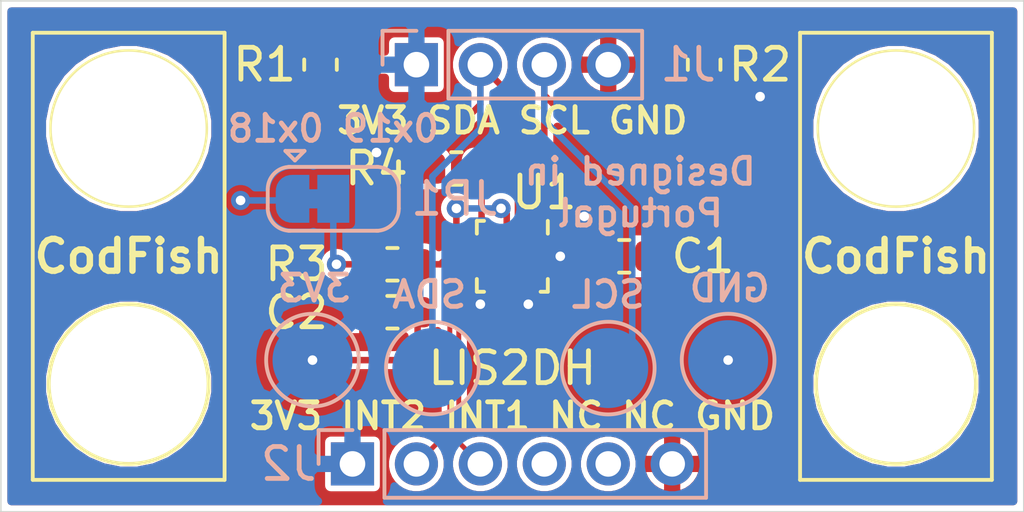
<source format=kicad_pcb>
(kicad_pcb (version 20171130) (host pcbnew 5.1.5+dfsg1-2build2)

  (general
    (thickness 1.6)
    (drawings 15)
    (tracks 81)
    (zones 0)
    (modules 16)
    (nets 12)
  )

  (page A4)
  (layers
    (0 F.Cu signal)
    (31 B.Cu signal)
    (32 B.Adhes user)
    (33 F.Adhes user)
    (34 B.Paste user)
    (35 F.Paste user)
    (36 B.SilkS user hide)
    (37 F.SilkS user)
    (38 B.Mask user)
    (39 F.Mask user)
    (40 Dwgs.User user)
    (41 Cmts.User user)
    (42 Eco1.User user)
    (43 Eco2.User user)
    (44 Edge.Cuts user)
    (45 Margin user)
    (46 B.CrtYd user hide)
    (47 F.CrtYd user hide)
    (48 B.Fab user hide)
    (49 F.Fab user hide)
  )

  (setup
    (last_trace_width 0.2032)
    (user_trace_width 0.127)
    (user_trace_width 0.1524)
    (user_trace_width 0.1778)
    (user_trace_width 0.2032)
    (user_trace_width 0.2286)
    (user_trace_width 0.254)
    (user_trace_width 0.3048)
    (user_trace_width 0.3556)
    (user_trace_width 0.4064)
    (user_trace_width 0.4572)
    (user_trace_width 0.508)
    (user_trace_width 0.6096)
    (user_trace_width 0.6604)
    (user_trace_width 0.762)
    (user_trace_width 0.9144)
    (user_trace_width 1.016)
    (user_trace_width 1.27)
    (user_trace_width 2.54)
    (trace_clearance 0.127)
    (zone_clearance 0.18)
    (zone_45_only no)
    (trace_min 0.127)
    (via_size 0.6)
    (via_drill 0.3)
    (via_min_size 0.6)
    (via_min_drill 0.3)
    (user_via 0.6 0.3)
    (user_via 0.8 0.4)
    (user_via 1 0.8)
    (uvia_size 0.3)
    (uvia_drill 0.1)
    (uvias_allowed no)
    (uvia_min_size 0.2)
    (uvia_min_drill 0.1)
    (edge_width 0.05)
    (segment_width 0.127)
    (pcb_text_width 0.1524)
    (pcb_text_size 0.8128 0.8128)
    (mod_edge_width 0.1524)
    (mod_text_size 0.8128 0.8128)
    (mod_text_width 0.1524)
    (pad_size 1.524 1.524)
    (pad_drill 0.762)
    (pad_to_mask_clearance 0.051)
    (solder_mask_min_width 0.25)
    (aux_axis_origin 0 0)
    (visible_elements FFFFFF7F)
    (pcbplotparams
      (layerselection 0x010fc_ffffffff)
      (usegerberextensions false)
      (usegerberattributes false)
      (usegerberadvancedattributes false)
      (creategerberjobfile false)
      (excludeedgelayer true)
      (linewidth 0.100000)
      (plotframeref false)
      (viasonmask false)
      (mode 1)
      (useauxorigin false)
      (hpglpennumber 1)
      (hpglpenspeed 20)
      (hpglpendiameter 15.000000)
      (psnegative false)
      (psa4output false)
      (plotreference true)
      (plotvalue true)
      (plotinvisibletext false)
      (padsonsilk false)
      (subtractmaskfromsilk false)
      (outputformat 1)
      (mirror false)
      (drillshape 1)
      (scaleselection 1)
      (outputdirectory ""))
  )

  (net 0 "")
  (net 1 GND)
  (net 2 SCL)
  (net 3 SDA)
  (net 4 +3V3)
  (net 5 "Net-(J2-Pad5)")
  (net 6 "Net-(J2-Pad4)")
  (net 7 INT2)
  (net 8 INT1)
  (net 9 "Net-(JP1-Pad2)")
  (net 10 "Net-(R3-Pad2)")
  (net 11 "Net-(R4-Pad1)")

  (net_class Default "This is the default net class."
    (clearance 0.127)
    (trace_width 0.127)
    (via_dia 0.6)
    (via_drill 0.3)
    (uvia_dia 0.3)
    (uvia_drill 0.1)
    (add_net +3V3)
    (add_net GND)
    (add_net INT1)
    (add_net INT2)
    (add_net "Net-(J2-Pad4)")
    (add_net "Net-(J2-Pad5)")
    (add_net "Net-(JP1-Pad2)")
    (add_net "Net-(R3-Pad2)")
    (add_net "Net-(R4-Pad1)")
    (add_net SCL)
    (add_net SDA)
  )

  (net_class USB ""
    (clearance 0.3048)
    (trace_width 0.1524)
    (via_dia 0.6)
    (via_drill 0.3)
    (uvia_dia 0.3)
    (uvia_drill 0.1)
  )

  (net_class USB_HS ""
    (clearance 0.6096)
    (trace_width 0.1524)
    (via_dia 0.6)
    (via_drill 0.3)
    (uvia_dia 0.3)
    (uvia_drill 0.1)
  )

  (module Package_LGA:LGA-14_2x2mm_P0.35mm_LayoutBorder3x4y (layer F.Cu) (tedit 5CF93F4A) (tstamp 5F8B853D)
    (at 132 106 270)
    (descr "LGA, 14 Pin (http://www.st.com/resource/en/datasheet/lis2dh.pdf), generated with kicad-footprint-generator ipc_noLead_generator.py")
    (tags "LGA NoLead")
    (path /5F8B3353)
    (attr smd)
    (fp_text reference U1 (at -2 -1 180) (layer F.SilkS)
      (effects (font (size 1 1) (thickness 0.15)))
    )
    (fp_text value LIS2DH (at 0 1.8 90) (layer F.Fab)
      (effects (font (size 1 1) (thickness 0.15)))
    )
    (fp_text user %R (at 0 0 90) (layer F.Fab)
      (effects (font (size 0.5 0.5) (thickness 0.08)))
    )
    (fp_line (start 1.1 -1.1) (end -1.1 -1.1) (layer F.CrtYd) (width 0.05))
    (fp_line (start 1.1 1.1) (end 1.1 -1.1) (layer F.CrtYd) (width 0.05))
    (fp_line (start -1.1 1.1) (end 1.1 1.1) (layer F.CrtYd) (width 0.05))
    (fp_line (start -1.1 -1.1) (end -1.1 1.1) (layer F.CrtYd) (width 0.05))
    (fp_line (start -1 -0.5) (end -0.5 -1) (layer F.Fab) (width 0.1))
    (fp_line (start -1 1) (end -1 -0.5) (layer F.Fab) (width 0.1))
    (fp_line (start 1 1) (end -1 1) (layer F.Fab) (width 0.1))
    (fp_line (start 1 -1) (end 1 1) (layer F.Fab) (width 0.1))
    (fp_line (start -0.5 -1) (end 1 -1) (layer F.Fab) (width 0.1))
    (fp_line (start -0.71 -1.11) (end -1.11 -1.11) (layer F.SilkS) (width 0.12))
    (fp_line (start 1.11 1.11) (end 1.11 0.885) (layer F.SilkS) (width 0.12))
    (fp_line (start 0.71 1.11) (end 1.11 1.11) (layer F.SilkS) (width 0.12))
    (fp_line (start -1.11 1.11) (end -1.11 0.885) (layer F.SilkS) (width 0.12))
    (fp_line (start -0.71 1.11) (end -1.11 1.11) (layer F.SilkS) (width 0.12))
    (fp_line (start 1.11 -1.11) (end 1.11 -0.885) (layer F.SilkS) (width 0.12))
    (fp_line (start 0.71 -1.11) (end 1.11 -1.11) (layer F.SilkS) (width 0.12))
    (pad 14 smd roundrect (at -0.35 -0.7625 270) (size 0.2 0.325) (layers F.Cu F.Paste F.Mask) (roundrect_rratio 0.25)
      (net 1 GND))
    (pad 13 smd roundrect (at 0 -0.7625 270) (size 0.2 0.325) (layers F.Cu F.Paste F.Mask) (roundrect_rratio 0.25)
      (net 1 GND))
    (pad 12 smd roundrect (at 0.35 -0.7625 270) (size 0.2 0.325) (layers F.Cu F.Paste F.Mask) (roundrect_rratio 0.25)
      (net 1 GND))
    (pad 11 smd roundrect (at 0.7625 -0.525 270) (size 0.325 0.2) (layers F.Cu F.Paste F.Mask) (roundrect_rratio 0.25)
      (net 1 GND))
    (pad 10 smd roundrect (at 0.7625 -0.175 270) (size 0.325 0.2) (layers F.Cu F.Paste F.Mask) (roundrect_rratio 0.25)
      (net 1 GND))
    (pad 9 smd roundrect (at 0.7625 0.175 270) (size 0.325 0.2) (layers F.Cu F.Paste F.Mask) (roundrect_rratio 0.25)
      (net 1 GND))
    (pad 8 smd roundrect (at 0.7625 0.525 270) (size 0.325 0.2) (layers F.Cu F.Paste F.Mask) (roundrect_rratio 0.25)
      (net 4 +3V3))
    (pad 7 smd roundrect (at 0.35 0.7625 270) (size 0.2 0.325) (layers F.Cu F.Paste F.Mask) (roundrect_rratio 0.25)
      (net 4 +3V3))
    (pad 6 smd roundrect (at 0 0.7625 270) (size 0.2 0.325) (layers F.Cu F.Paste F.Mask) (roundrect_rratio 0.25)
      (net 8 INT1))
    (pad 5 smd roundrect (at -0.35 0.7625 270) (size 0.2 0.325) (layers F.Cu F.Paste F.Mask) (roundrect_rratio 0.25)
      (net 7 INT2))
    (pad 4 smd roundrect (at -0.7625 0.525 270) (size 0.325 0.2) (layers F.Cu F.Paste F.Mask) (roundrect_rratio 0.25)
      (net 11 "Net-(R4-Pad1)"))
    (pad 3 smd roundrect (at -0.7625 0.175 270) (size 0.325 0.2) (layers F.Cu F.Paste F.Mask) (roundrect_rratio 0.25)
      (net 10 "Net-(R3-Pad2)"))
    (pad 2 smd roundrect (at -0.7625 -0.175 270) (size 0.325 0.2) (layers F.Cu F.Paste F.Mask) (roundrect_rratio 0.25)
      (net 3 SDA))
    (pad 1 smd roundrect (at -0.7625 -0.525 270) (size 0.325 0.2) (layers F.Cu F.Paste F.Mask) (roundrect_rratio 0.25)
      (net 2 SCL))
    (model ${KISYS3DMOD}/Package_LGA.3dshapes/LGA-14_2x2mm_P0.35mm_LayoutBorder3x4y.wrl
      (at (xyz 0 0 0))
      (scale (xyz 1 1 1))
      (rotate (xyz 0 0 0))
    )
  )

  (module Resistor_SMD:R_0603_1608Metric (layer F.Cu) (tedit 5B301BBD) (tstamp 5F8B84E2)
    (at 130.25 103.25 180)
    (descr "Resistor SMD 0603 (1608 Metric), square (rectangular) end terminal, IPC_7351 nominal, (Body size source: http://www.tortai-tech.com/upload/download/2011102023233369053.pdf), generated with kicad-footprint-generator")
    (tags resistor)
    (path /5F8C9431)
    (attr smd)
    (fp_text reference R4 (at 2.5 0 180) (layer F.SilkS)
      (effects (font (size 1 1) (thickness 0.15)))
    )
    (fp_text value 10kR (at 0 1.43) (layer F.Fab)
      (effects (font (size 1 1) (thickness 0.15)))
    )
    (fp_text user %R (at 0 0) (layer F.Fab)
      (effects (font (size 0.4 0.4) (thickness 0.06)))
    )
    (fp_line (start 1.48 0.73) (end -1.48 0.73) (layer F.CrtYd) (width 0.05))
    (fp_line (start 1.48 -0.73) (end 1.48 0.73) (layer F.CrtYd) (width 0.05))
    (fp_line (start -1.48 -0.73) (end 1.48 -0.73) (layer F.CrtYd) (width 0.05))
    (fp_line (start -1.48 0.73) (end -1.48 -0.73) (layer F.CrtYd) (width 0.05))
    (fp_line (start -0.162779 0.51) (end 0.162779 0.51) (layer F.SilkS) (width 0.12))
    (fp_line (start -0.162779 -0.51) (end 0.162779 -0.51) (layer F.SilkS) (width 0.12))
    (fp_line (start 0.8 0.4) (end -0.8 0.4) (layer F.Fab) (width 0.1))
    (fp_line (start 0.8 -0.4) (end 0.8 0.4) (layer F.Fab) (width 0.1))
    (fp_line (start -0.8 -0.4) (end 0.8 -0.4) (layer F.Fab) (width 0.1))
    (fp_line (start -0.8 0.4) (end -0.8 -0.4) (layer F.Fab) (width 0.1))
    (pad 2 smd roundrect (at 0.7875 0 180) (size 0.875 0.95) (layers F.Cu F.Paste F.Mask) (roundrect_rratio 0.25)
      (net 4 +3V3))
    (pad 1 smd roundrect (at -0.7875 0 180) (size 0.875 0.95) (layers F.Cu F.Paste F.Mask) (roundrect_rratio 0.25)
      (net 11 "Net-(R4-Pad1)"))
    (model ${KISYS3DMOD}/Resistor_SMD.3dshapes/R_0603_1608Metric.wrl
      (at (xyz 0 0 0))
      (scale (xyz 1 1 1))
      (rotate (xyz 0 0 0))
    )
  )

  (module Resistor_SMD:R_0603_1608Metric (layer F.Cu) (tedit 5B301BBD) (tstamp 5F8ADE5D)
    (at 128.25 106.25)
    (descr "Resistor SMD 0603 (1608 Metric), square (rectangular) end terminal, IPC_7351 nominal, (Body size source: http://www.tortai-tech.com/upload/download/2011102023233369053.pdf), generated with kicad-footprint-generator")
    (tags resistor)
    (path /5F8B58A7)
    (attr smd)
    (fp_text reference R3 (at -3 0) (layer F.SilkS)
      (effects (font (size 1 1) (thickness 0.15)))
    )
    (fp_text value 10kR (at 0 1.43) (layer F.Fab)
      (effects (font (size 1 1) (thickness 0.15)))
    )
    (fp_text user %R (at 0 0) (layer F.Fab)
      (effects (font (size 0.4 0.4) (thickness 0.06)))
    )
    (fp_line (start 1.48 0.73) (end -1.48 0.73) (layer F.CrtYd) (width 0.05))
    (fp_line (start 1.48 -0.73) (end 1.48 0.73) (layer F.CrtYd) (width 0.05))
    (fp_line (start -1.48 -0.73) (end 1.48 -0.73) (layer F.CrtYd) (width 0.05))
    (fp_line (start -1.48 0.73) (end -1.48 -0.73) (layer F.CrtYd) (width 0.05))
    (fp_line (start -0.162779 0.51) (end 0.162779 0.51) (layer F.SilkS) (width 0.12))
    (fp_line (start -0.162779 -0.51) (end 0.162779 -0.51) (layer F.SilkS) (width 0.12))
    (fp_line (start 0.8 0.4) (end -0.8 0.4) (layer F.Fab) (width 0.1))
    (fp_line (start 0.8 -0.4) (end 0.8 0.4) (layer F.Fab) (width 0.1))
    (fp_line (start -0.8 -0.4) (end 0.8 -0.4) (layer F.Fab) (width 0.1))
    (fp_line (start -0.8 0.4) (end -0.8 -0.4) (layer F.Fab) (width 0.1))
    (pad 2 smd roundrect (at 0.7875 0) (size 0.875 0.95) (layers F.Cu F.Paste F.Mask) (roundrect_rratio 0.25)
      (net 10 "Net-(R3-Pad2)"))
    (pad 1 smd roundrect (at -0.7875 0) (size 0.875 0.95) (layers F.Cu F.Paste F.Mask) (roundrect_rratio 0.25)
      (net 9 "Net-(JP1-Pad2)"))
    (model ${KISYS3DMOD}/Resistor_SMD.3dshapes/R_0603_1608Metric.wrl
      (at (xyz 0 0 0))
      (scale (xyz 1 1 1))
      (rotate (xyz 0 0 0))
    )
  )

  (module Resistor_SMD:R_0603_1608Metric (layer F.Cu) (tedit 5B301BBD) (tstamp 5F81F627)
    (at 138 100 270)
    (descr "Resistor SMD 0603 (1608 Metric), square (rectangular) end terminal, IPC_7351 nominal, (Body size source: http://www.tortai-tech.com/upload/download/2011102023233369053.pdf), generated with kicad-footprint-generator")
    (tags resistor)
    (path /5F81E871)
    (attr smd)
    (fp_text reference R2 (at 0 -1.75 180) (layer F.SilkS)
      (effects (font (size 1 1) (thickness 0.15)))
    )
    (fp_text value 10kR (at 0 1.43 90) (layer F.Fab)
      (effects (font (size 1 1) (thickness 0.15)))
    )
    (fp_text user %R (at 0 0 90) (layer F.Fab)
      (effects (font (size 0.4 0.4) (thickness 0.06)))
    )
    (fp_line (start 1.48 0.73) (end -1.48 0.73) (layer F.CrtYd) (width 0.05))
    (fp_line (start 1.48 -0.73) (end 1.48 0.73) (layer F.CrtYd) (width 0.05))
    (fp_line (start -1.48 -0.73) (end 1.48 -0.73) (layer F.CrtYd) (width 0.05))
    (fp_line (start -1.48 0.73) (end -1.48 -0.73) (layer F.CrtYd) (width 0.05))
    (fp_line (start -0.162779 0.51) (end 0.162779 0.51) (layer F.SilkS) (width 0.12))
    (fp_line (start -0.162779 -0.51) (end 0.162779 -0.51) (layer F.SilkS) (width 0.12))
    (fp_line (start 0.8 0.4) (end -0.8 0.4) (layer F.Fab) (width 0.1))
    (fp_line (start 0.8 -0.4) (end 0.8 0.4) (layer F.Fab) (width 0.1))
    (fp_line (start -0.8 -0.4) (end 0.8 -0.4) (layer F.Fab) (width 0.1))
    (fp_line (start -0.8 0.4) (end -0.8 -0.4) (layer F.Fab) (width 0.1))
    (pad 2 smd roundrect (at 0.7875 0 270) (size 0.875 0.95) (layers F.Cu F.Paste F.Mask) (roundrect_rratio 0.25)
      (net 2 SCL))
    (pad 1 smd roundrect (at -0.7875 0 270) (size 0.875 0.95) (layers F.Cu F.Paste F.Mask) (roundrect_rratio 0.25)
      (net 4 +3V3))
    (model ${KISYS3DMOD}/Resistor_SMD.3dshapes/R_0603_1608Metric.wrl
      (at (xyz 0 0 0))
      (scale (xyz 1 1 1))
      (rotate (xyz 0 0 0))
    )
  )

  (module Resistor_SMD:R_0603_1608Metric (layer F.Cu) (tedit 5B301BBD) (tstamp 5F81F618)
    (at 126 100 270)
    (descr "Resistor SMD 0603 (1608 Metric), square (rectangular) end terminal, IPC_7351 nominal, (Body size source: http://www.tortai-tech.com/upload/download/2011102023233369053.pdf), generated with kicad-footprint-generator")
    (tags resistor)
    (path /5F81DB96)
    (attr smd)
    (fp_text reference R1 (at 0 1.75 180) (layer F.SilkS)
      (effects (font (size 1 1) (thickness 0.15)))
    )
    (fp_text value 10kR (at 0 1.43 90) (layer F.Fab)
      (effects (font (size 1 1) (thickness 0.15)))
    )
    (fp_text user %R (at 0 0 90) (layer F.Fab)
      (effects (font (size 0.4 0.4) (thickness 0.06)))
    )
    (fp_line (start 1.48 0.73) (end -1.48 0.73) (layer F.CrtYd) (width 0.05))
    (fp_line (start 1.48 -0.73) (end 1.48 0.73) (layer F.CrtYd) (width 0.05))
    (fp_line (start -1.48 -0.73) (end 1.48 -0.73) (layer F.CrtYd) (width 0.05))
    (fp_line (start -1.48 0.73) (end -1.48 -0.73) (layer F.CrtYd) (width 0.05))
    (fp_line (start -0.162779 0.51) (end 0.162779 0.51) (layer F.SilkS) (width 0.12))
    (fp_line (start -0.162779 -0.51) (end 0.162779 -0.51) (layer F.SilkS) (width 0.12))
    (fp_line (start 0.8 0.4) (end -0.8 0.4) (layer F.Fab) (width 0.1))
    (fp_line (start 0.8 -0.4) (end 0.8 0.4) (layer F.Fab) (width 0.1))
    (fp_line (start -0.8 -0.4) (end 0.8 -0.4) (layer F.Fab) (width 0.1))
    (fp_line (start -0.8 0.4) (end -0.8 -0.4) (layer F.Fab) (width 0.1))
    (pad 2 smd roundrect (at 0.7875 0 270) (size 0.875 0.95) (layers F.Cu F.Paste F.Mask) (roundrect_rratio 0.25)
      (net 3 SDA))
    (pad 1 smd roundrect (at -0.7875 0 270) (size 0.875 0.95) (layers F.Cu F.Paste F.Mask) (roundrect_rratio 0.25)
      (net 4 +3V3))
    (model ${KISYS3DMOD}/Resistor_SMD.3dshapes/R_0603_1608Metric.wrl
      (at (xyz 0 0 0))
      (scale (xyz 1 1 1))
      (rotate (xyz 0 0 0))
    )
  )

  (module Capacitor_SMD:C_0603_1608Metric (layer F.Cu) (tedit 5B301BBE) (tstamp 5F81FEB3)
    (at 128.25 107.75 180)
    (descr "Capacitor SMD 0603 (1608 Metric), square (rectangular) end terminal, IPC_7351 nominal, (Body size source: http://www.tortai-tech.com/upload/download/2011102023233369053.pdf), generated with kicad-footprint-generator")
    (tags capacitor)
    (path /5F826678)
    (attr smd)
    (fp_text reference C2 (at 3 0) (layer F.SilkS)
      (effects (font (size 1 1) (thickness 0.15)))
    )
    (fp_text value 100nF (at 0 1.43) (layer F.Fab)
      (effects (font (size 1 1) (thickness 0.15)))
    )
    (fp_text user %R (at 0 0) (layer F.Fab)
      (effects (font (size 0.4 0.4) (thickness 0.06)))
    )
    (fp_line (start 1.48 0.73) (end -1.48 0.73) (layer F.CrtYd) (width 0.05))
    (fp_line (start 1.48 -0.73) (end 1.48 0.73) (layer F.CrtYd) (width 0.05))
    (fp_line (start -1.48 -0.73) (end 1.48 -0.73) (layer F.CrtYd) (width 0.05))
    (fp_line (start -1.48 0.73) (end -1.48 -0.73) (layer F.CrtYd) (width 0.05))
    (fp_line (start -0.162779 0.51) (end 0.162779 0.51) (layer F.SilkS) (width 0.12))
    (fp_line (start -0.162779 -0.51) (end 0.162779 -0.51) (layer F.SilkS) (width 0.12))
    (fp_line (start 0.8 0.4) (end -0.8 0.4) (layer F.Fab) (width 0.1))
    (fp_line (start 0.8 -0.4) (end 0.8 0.4) (layer F.Fab) (width 0.1))
    (fp_line (start -0.8 -0.4) (end 0.8 -0.4) (layer F.Fab) (width 0.1))
    (fp_line (start -0.8 0.4) (end -0.8 -0.4) (layer F.Fab) (width 0.1))
    (pad 2 smd roundrect (at 0.7875 0 180) (size 0.875 0.95) (layers F.Cu F.Paste F.Mask) (roundrect_rratio 0.25)
      (net 1 GND))
    (pad 1 smd roundrect (at -0.7875 0 180) (size 0.875 0.95) (layers F.Cu F.Paste F.Mask) (roundrect_rratio 0.25)
      (net 4 +3V3))
    (model ${KISYS3DMOD}/Capacitor_SMD.3dshapes/C_0603_1608Metric.wrl
      (at (xyz 0 0 0))
      (scale (xyz 1 1 1))
      (rotate (xyz 0 0 0))
    )
  )

  (module Capacitor_SMD:C_0603_1608Metric (layer F.Cu) (tedit 5B301BBE) (tstamp 5F81FEA4)
    (at 135.5 106)
    (descr "Capacitor SMD 0603 (1608 Metric), square (rectangular) end terminal, IPC_7351 nominal, (Body size source: http://www.tortai-tech.com/upload/download/2011102023233369053.pdf), generated with kicad-footprint-generator")
    (tags capacitor)
    (path /5F827408)
    (attr smd)
    (fp_text reference C1 (at 2.4625 0) (layer F.SilkS)
      (effects (font (size 1 1) (thickness 0.15)))
    )
    (fp_text value 100nF (at 0 1.43) (layer F.Fab)
      (effects (font (size 1 1) (thickness 0.15)))
    )
    (fp_text user %R (at 0 0) (layer F.Fab)
      (effects (font (size 0.4 0.4) (thickness 0.06)))
    )
    (fp_line (start 1.48 0.73) (end -1.48 0.73) (layer F.CrtYd) (width 0.05))
    (fp_line (start 1.48 -0.73) (end 1.48 0.73) (layer F.CrtYd) (width 0.05))
    (fp_line (start -1.48 -0.73) (end 1.48 -0.73) (layer F.CrtYd) (width 0.05))
    (fp_line (start -1.48 0.73) (end -1.48 -0.73) (layer F.CrtYd) (width 0.05))
    (fp_line (start -0.162779 0.51) (end 0.162779 0.51) (layer F.SilkS) (width 0.12))
    (fp_line (start -0.162779 -0.51) (end 0.162779 -0.51) (layer F.SilkS) (width 0.12))
    (fp_line (start 0.8 0.4) (end -0.8 0.4) (layer F.Fab) (width 0.1))
    (fp_line (start 0.8 -0.4) (end 0.8 0.4) (layer F.Fab) (width 0.1))
    (fp_line (start -0.8 -0.4) (end 0.8 -0.4) (layer F.Fab) (width 0.1))
    (fp_line (start -0.8 0.4) (end -0.8 -0.4) (layer F.Fab) (width 0.1))
    (pad 2 smd roundrect (at 0.7875 0) (size 0.875 0.95) (layers F.Cu F.Paste F.Mask) (roundrect_rratio 0.25)
      (net 1 GND))
    (pad 1 smd roundrect (at -0.7875 0) (size 0.875 0.95) (layers F.Cu F.Paste F.Mask) (roundrect_rratio 0.25)
      (net 4 +3V3))
    (model ${KISYS3DMOD}/Capacitor_SMD.3dshapes/C_0603_1608Metric.wrl
      (at (xyz 0 0 0))
      (scale (xyz 1 1 1))
      (rotate (xyz 0 0 0))
    )
  )

  (module Jumper:SolderJumper-3_P1.3mm_Bridged12_RoundedPad1.0x1.5mm (layer B.Cu) (tedit 5C745321) (tstamp 5F8ADDEA)
    (at 126.4 104.2)
    (descr "SMD Solder 3-pad Jumper, 1x1.5mm rounded Pads, 0.3mm gap, pads 1-2 bridged with 1 copper strip")
    (tags "solder jumper open")
    (path /5F8B817B)
    (attr virtual)
    (fp_text reference JP1 (at 3.8 0) (layer B.SilkS)
      (effects (font (size 1 1) (thickness 0.15)) (justify mirror))
    )
    (fp_text value ADDR (at 0 -1.9) (layer B.Fab)
      (effects (font (size 1 1) (thickness 0.15)) (justify mirror))
    )
    (fp_poly (pts (xy -0.9 0.3) (xy -0.4 0.3) (xy -0.4 -0.3) (xy -0.9 -0.3)) (layer B.Cu) (width 0))
    (fp_arc (start -1.35 0.3) (end -1.35 1) (angle 90) (layer B.SilkS) (width 0.12))
    (fp_arc (start -1.35 -0.3) (end -2.05 -0.3) (angle 90) (layer B.SilkS) (width 0.12))
    (fp_arc (start 1.35 -0.3) (end 1.35 -1) (angle 90) (layer B.SilkS) (width 0.12))
    (fp_arc (start 1.35 0.3) (end 2.05 0.3) (angle 90) (layer B.SilkS) (width 0.12))
    (fp_line (start 2.3 -1.25) (end -2.3 -1.25) (layer B.CrtYd) (width 0.05))
    (fp_line (start 2.3 -1.25) (end 2.3 1.25) (layer B.CrtYd) (width 0.05))
    (fp_line (start -2.3 1.25) (end -2.3 -1.25) (layer B.CrtYd) (width 0.05))
    (fp_line (start -2.3 1.25) (end 2.3 1.25) (layer B.CrtYd) (width 0.05))
    (fp_line (start -1.4 1) (end 1.4 1) (layer B.SilkS) (width 0.12))
    (fp_line (start 2.05 0.3) (end 2.05 -0.3) (layer B.SilkS) (width 0.12))
    (fp_line (start 1.4 -1) (end -1.4 -1) (layer B.SilkS) (width 0.12))
    (fp_line (start -2.05 -0.3) (end -2.05 0.3) (layer B.SilkS) (width 0.12))
    (fp_line (start -1.2 -1.2) (end -1.5 -1.5) (layer B.SilkS) (width 0.12))
    (fp_line (start -1.5 -1.5) (end -0.9 -1.5) (layer B.SilkS) (width 0.12))
    (fp_line (start -1.2 -1.2) (end -0.9 -1.5) (layer B.SilkS) (width 0.12))
    (pad 1 smd custom (at -1.3 0) (size 1 0.5) (layers B.Cu B.Mask)
      (net 1 GND) (zone_connect 2)
      (options (clearance outline) (anchor rect))
      (primitives
        (gr_circle (center 0 -0.25) (end 0.5 -0.25) (width 0))
        (gr_circle (center 0 0.25) (end 0.5 0.25) (width 0))
        (gr_poly (pts
           (xy 0.55 0.75) (xy 0 0.75) (xy 0 -0.75) (xy 0.55 -0.75)) (width 0))
      ))
    (pad 2 smd rect (at 0 0) (size 1 1.5) (layers B.Cu B.Mask)
      (net 9 "Net-(JP1-Pad2)"))
    (pad 3 smd custom (at 1.3 0) (size 1 0.5) (layers B.Cu B.Mask)
      (net 4 +3V3) (zone_connect 2)
      (options (clearance outline) (anchor rect))
      (primitives
        (gr_circle (center 0 -0.25) (end 0.5 -0.25) (width 0))
        (gr_circle (center 0 0.25) (end 0.5 0.25) (width 0))
        (gr_poly (pts
           (xy -0.55 0.75) (xy 0 0.75) (xy 0 -0.75) (xy -0.55 -0.75)) (width 0))
      ))
  )

  (module Connector_PinHeader_2.00mm:PinHeader_1x06_P2.00mm_Vertical (layer B.Cu) (tedit 59FED667) (tstamp 5F8208F8)
    (at 127 112.5 270)
    (descr "Through hole straight pin header, 1x06, 2.00mm pitch, single row")
    (tags "Through hole pin header THT 1x06 2.00mm single row")
    (path /5F82BB77)
    (fp_text reference J2 (at 0 2) (layer B.SilkS)
      (effects (font (size 1 1) (thickness 0.15)) (justify mirror))
    )
    (fp_text value Conn_01x06_Male (at 0 -12.06 270) (layer B.Fab)
      (effects (font (size 1 1) (thickness 0.15)) (justify mirror))
    )
    (fp_text user %R (at 0 -5) (layer B.Fab)
      (effects (font (size 1 1) (thickness 0.15)) (justify mirror))
    )
    (fp_line (start 1.5 1.5) (end -1.5 1.5) (layer B.CrtYd) (width 0.05))
    (fp_line (start 1.5 -11.5) (end 1.5 1.5) (layer B.CrtYd) (width 0.05))
    (fp_line (start -1.5 -11.5) (end 1.5 -11.5) (layer B.CrtYd) (width 0.05))
    (fp_line (start -1.5 1.5) (end -1.5 -11.5) (layer B.CrtYd) (width 0.05))
    (fp_line (start -1.06 1.06) (end 0 1.06) (layer B.SilkS) (width 0.12))
    (fp_line (start -1.06 0) (end -1.06 1.06) (layer B.SilkS) (width 0.12))
    (fp_line (start -1.06 -1) (end 1.06 -1) (layer B.SilkS) (width 0.12))
    (fp_line (start 1.06 -1) (end 1.06 -11.06) (layer B.SilkS) (width 0.12))
    (fp_line (start -1.06 -1) (end -1.06 -11.06) (layer B.SilkS) (width 0.12))
    (fp_line (start -1.06 -11.06) (end 1.06 -11.06) (layer B.SilkS) (width 0.12))
    (fp_line (start -1 0.5) (end -0.5 1) (layer B.Fab) (width 0.1))
    (fp_line (start -1 -11) (end -1 0.5) (layer B.Fab) (width 0.1))
    (fp_line (start 1 -11) (end -1 -11) (layer B.Fab) (width 0.1))
    (fp_line (start 1 1) (end 1 -11) (layer B.Fab) (width 0.1))
    (fp_line (start -0.5 1) (end 1 1) (layer B.Fab) (width 0.1))
    (pad 6 thru_hole oval (at 0 -10 270) (size 1.35 1.35) (drill 0.8) (layers *.Cu *.Mask)
      (net 1 GND))
    (pad 5 thru_hole oval (at 0 -8 270) (size 1.35 1.35) (drill 0.8) (layers *.Cu *.Mask)
      (net 5 "Net-(J2-Pad5)"))
    (pad 4 thru_hole oval (at 0 -6 270) (size 1.35 1.35) (drill 0.8) (layers *.Cu *.Mask)
      (net 6 "Net-(J2-Pad4)"))
    (pad 3 thru_hole oval (at 0 -4 270) (size 1.35 1.35) (drill 0.8) (layers *.Cu *.Mask)
      (net 8 INT1))
    (pad 2 thru_hole oval (at 0 -2 270) (size 1.35 1.35) (drill 0.8) (layers *.Cu *.Mask)
      (net 7 INT2))
    (pad 1 thru_hole rect (at 0 0 270) (size 1.35 1.35) (drill 0.8) (layers *.Cu *.Mask)
      (net 4 +3V3))
    (model ${KISYS3DMOD}/Connector_PinHeader_2.00mm.3dshapes/PinHeader_1x06_P2.00mm_Vertical.wrl
      (at (xyz 0 0 0))
      (scale (xyz 1 1 1))
      (rotate (xyz 0 0 0))
    )
  )

  (module Connector_PinHeader_2.00mm:PinHeader_1x04_P2.00mm_Vertical (layer B.Cu) (tedit 59FED667) (tstamp 5F81F5F1)
    (at 129 100 270)
    (descr "Through hole straight pin header, 1x04, 2.00mm pitch, single row")
    (tags "Through hole pin header THT 1x04 2.00mm single row")
    (path /5F81AB6D)
    (fp_text reference J1 (at 0 -8.5 180) (layer B.SilkS)
      (effects (font (size 1 1) (thickness 0.15)) (justify mirror))
    )
    (fp_text value Conn_01x04_Male (at 0 -8.06 270) (layer B.Fab)
      (effects (font (size 1 1) (thickness 0.15)) (justify mirror))
    )
    (fp_text user %R (at 0 -3) (layer B.Fab)
      (effects (font (size 1 1) (thickness 0.15)) (justify mirror))
    )
    (fp_line (start 1.5 1.5) (end -1.5 1.5) (layer B.CrtYd) (width 0.05))
    (fp_line (start 1.5 -7.5) (end 1.5 1.5) (layer B.CrtYd) (width 0.05))
    (fp_line (start -1.5 -7.5) (end 1.5 -7.5) (layer B.CrtYd) (width 0.05))
    (fp_line (start -1.5 1.5) (end -1.5 -7.5) (layer B.CrtYd) (width 0.05))
    (fp_line (start -1.06 1.06) (end 0 1.06) (layer B.SilkS) (width 0.12))
    (fp_line (start -1.06 0) (end -1.06 1.06) (layer B.SilkS) (width 0.12))
    (fp_line (start -1.06 -1) (end 1.06 -1) (layer B.SilkS) (width 0.12))
    (fp_line (start 1.06 -1) (end 1.06 -7.06) (layer B.SilkS) (width 0.12))
    (fp_line (start -1.06 -1) (end -1.06 -7.06) (layer B.SilkS) (width 0.12))
    (fp_line (start -1.06 -7.06) (end 1.06 -7.06) (layer B.SilkS) (width 0.12))
    (fp_line (start -1 0.5) (end -0.5 1) (layer B.Fab) (width 0.1))
    (fp_line (start -1 -7) (end -1 0.5) (layer B.Fab) (width 0.1))
    (fp_line (start 1 -7) (end -1 -7) (layer B.Fab) (width 0.1))
    (fp_line (start 1 1) (end 1 -7) (layer B.Fab) (width 0.1))
    (fp_line (start -0.5 1) (end 1 1) (layer B.Fab) (width 0.1))
    (pad 4 thru_hole oval (at 0 -6 270) (size 1.35 1.35) (drill 0.8) (layers *.Cu *.Mask)
      (net 1 GND))
    (pad 3 thru_hole oval (at 0 -4 270) (size 1.35 1.35) (drill 0.8) (layers *.Cu *.Mask)
      (net 2 SCL))
    (pad 2 thru_hole oval (at 0 -2 270) (size 1.35 1.35) (drill 0.8) (layers *.Cu *.Mask)
      (net 3 SDA))
    (pad 1 thru_hole rect (at 0 0 270) (size 1.35 1.35) (drill 0.8) (layers *.Cu *.Mask)
      (net 4 +3V3))
    (model ${KISYS3DMOD}/Connector_PinHeader_2.00mm.3dshapes/PinHeader_1x04_P2.00mm_Vertical.wrl
      (at (xyz 0 0 0))
      (scale (xyz 1 1 1))
      (rotate (xyz 0 0 0))
    )
  )

  (module TestPoint:TestPoint_Pad_D2.5mm (layer B.Cu) (tedit 5A0F774F) (tstamp 5F82021A)
    (at 138.75 109.25)
    (descr "SMD pad as test Point, diameter 2.5mm")
    (tags "test point SMD pad")
    (path /5F821880)
    (attr virtual)
    (fp_text reference TP4 (at 0 -2.5) (layer B.SilkS) hide
      (effects (font (size 1 1) (thickness 0.15)) (justify mirror))
    )
    (fp_text value GND (at 0 -2.25) (layer B.Fab)
      (effects (font (size 1 1) (thickness 0.15)) (justify mirror))
    )
    (fp_circle (center 0 0) (end 0 -1.45) (layer B.SilkS) (width 0.12))
    (fp_circle (center 0 0) (end 1.75 0) (layer B.CrtYd) (width 0.05))
    (fp_text user %R (at 0 2.15) (layer B.Fab)
      (effects (font (size 1 1) (thickness 0.15)) (justify mirror))
    )
    (pad 1 smd circle (at 0 0) (size 2.5 2.5) (layers B.Cu B.Mask)
      (net 1 GND))
  )

  (module TestPoint:TestPoint_Pad_D2.5mm (layer B.Cu) (tedit 5A0F774F) (tstamp 5F81F63F)
    (at 135 109.5)
    (descr "SMD pad as test Point, diameter 2.5mm")
    (tags "test point SMD pad")
    (path /5F82164F)
    (attr virtual)
    (fp_text reference TP3 (at 0 -2.5) (layer B.SilkS) hide
      (effects (font (size 1 1) (thickness 0.15)) (justify mirror))
    )
    (fp_text value SCL (at 0 -2.25) (layer B.Fab)
      (effects (font (size 1 1) (thickness 0.15)) (justify mirror))
    )
    (fp_circle (center 0 0) (end 0 -1.45) (layer B.SilkS) (width 0.12))
    (fp_circle (center 0 0) (end 1.75 0) (layer B.CrtYd) (width 0.05))
    (fp_text user %R (at 0 2.15) (layer B.Fab)
      (effects (font (size 1 1) (thickness 0.15)) (justify mirror))
    )
    (pad 1 smd circle (at 0 0) (size 2.5 2.5) (layers B.Cu B.Mask)
      (net 2 SCL))
  )

  (module TestPoint:TestPoint_Pad_D2.5mm (layer B.Cu) (tedit 5A0F774F) (tstamp 5F81F637)
    (at 129.5 109.5)
    (descr "SMD pad as test Point, diameter 2.5mm")
    (tags "test point SMD pad")
    (path /5F82143B)
    (attr virtual)
    (fp_text reference TP2 (at 0 -2.5) (layer B.SilkS) hide
      (effects (font (size 1 1) (thickness 0.15)) (justify mirror))
    )
    (fp_text value SDA (at 0 -2.25) (layer B.Fab)
      (effects (font (size 1 1) (thickness 0.15)) (justify mirror))
    )
    (fp_circle (center 0 0) (end 0 -1.45) (layer B.SilkS) (width 0.12))
    (fp_circle (center 0 0) (end 1.75 0) (layer B.CrtYd) (width 0.05))
    (fp_text user %R (at 0 2.15) (layer B.Fab)
      (effects (font (size 1 1) (thickness 0.15)) (justify mirror))
    )
    (pad 1 smd circle (at 0 0) (size 2.5 2.5) (layers B.Cu B.Mask)
      (net 3 SDA))
  )

  (module TestPoint:TestPoint_Pad_D2.5mm (layer B.Cu) (tedit 5A0F774F) (tstamp 5F8AF8A9)
    (at 125.75 109.25)
    (descr "SMD pad as test Point, diameter 2.5mm")
    (tags "test point SMD pad")
    (path /5F820FDE)
    (attr virtual)
    (fp_text reference TP1 (at 0 -2.5) (layer B.SilkS) hide
      (effects (font (size 1 1) (thickness 0.15)) (justify mirror))
    )
    (fp_text value 3V3 (at 0 -2.25) (layer B.Fab)
      (effects (font (size 1 1) (thickness 0.15)) (justify mirror))
    )
    (fp_circle (center 0 0) (end 0 -1.45) (layer B.SilkS) (width 0.12))
    (fp_circle (center 0 0) (end 1.75 0) (layer B.CrtYd) (width 0.05))
    (fp_text user %R (at 0 2.15) (layer B.Fab)
      (effects (font (size 1 1) (thickness 0.15)) (justify mirror))
    )
    (pad 1 smd circle (at 0 0) (size 2.5 2.5) (layers B.Cu B.Mask)
      (net 4 +3V3))
  )

  (module LEGO:lego_1x2 (layer F.Cu) (tedit 5F8190AF) (tstamp 5F81F609)
    (at 144 110)
    (path /5F81A4DB)
    (fp_text reference MECH2 (at 0 -4) (layer F.SilkS) hide
      (effects (font (size 1 1) (thickness 0.15)))
    )
    (fp_text value lego_1x2 (at 0 4 180) (layer F.Fab)
      (effects (font (size 1 1) (thickness 0.15)))
    )
    (fp_line (start -3 3) (end -3 -11) (layer F.SilkS) (width 0.12))
    (fp_line (start 3 3) (end -3 3) (layer F.SilkS) (width 0.12))
    (fp_line (start 3 -11) (end 3 3) (layer F.SilkS) (width 0.12))
    (fp_line (start -3 -11) (end 3 -11) (layer F.SilkS) (width 0.12))
    (fp_circle (center 0 -8) (end 2.425 -8) (layer F.SilkS) (width 0.12))
    (fp_circle (center 0 0) (end 2.5 0) (layer F.SilkS) (width 0.12))
    (pad "" np_thru_hole circle (at 0 -8) (size 4.81 4.81) (drill 4.81) (layers *.Cu *.Mask))
    (pad "" np_thru_hole circle (at 0 0) (size 4.81 4.81) (drill 4.81) (layers *.Cu *.Mask))
    (model /home/minatel/Documents/pessoal/kicad/lego/3D/lego_1x2.step
      (offset (xyz -3.9 11.9 -11.4))
      (scale (xyz 1 1 1))
      (rotate (xyz 0 0 90))
    )
  )

  (module LEGO:lego_1x2 (layer F.Cu) (tedit 5F8190AF) (tstamp 5F81F5FD)
    (at 120 110)
    (path /5F8199B5)
    (fp_text reference MECH1 (at 0 -4) (layer F.SilkS) hide
      (effects (font (size 1 1) (thickness 0.15)))
    )
    (fp_text value lego_1x2 (at 0 4 180) (layer F.Fab)
      (effects (font (size 1 1) (thickness 0.15)))
    )
    (fp_line (start -3 3) (end -3 -11) (layer F.SilkS) (width 0.12))
    (fp_line (start 3 3) (end -3 3) (layer F.SilkS) (width 0.12))
    (fp_line (start 3 -11) (end 3 3) (layer F.SilkS) (width 0.12))
    (fp_line (start -3 -11) (end 3 -11) (layer F.SilkS) (width 0.12))
    (fp_circle (center 0 -8) (end 2.425 -8) (layer F.SilkS) (width 0.12))
    (fp_circle (center 0 0) (end 2.5 0) (layer F.SilkS) (width 0.12))
    (pad "" np_thru_hole circle (at 0 -8) (size 4.81 4.81) (drill 4.81) (layers *.Cu *.Mask))
    (pad "" np_thru_hole circle (at 0 0) (size 4.81 4.81) (drill 4.81) (layers *.Cu *.Mask))
    (model /home/minatel/Documents/pessoal/kicad/lego/3D/lego_1x2.step
      (offset (xyz -3.9 11.9 -11.4))
      (scale (xyz 1 1 1))
      (rotate (xyz 0 0 90))
    )
  )

  (gr_text "3V3 INT2 INT1 NC NC GND" (at 132 111) (layer F.SilkS)
    (effects (font (size 0.8128 0.8128) (thickness 0.1524)))
  )
  (gr_text "Designed in\nPortugal" (at 136 104) (layer B.SilkS)
    (effects (font (size 0.8128 0.8128) (thickness 0.1524)) (justify mirror))
  )
  (gr_text CodFish (at 144 106) (layer F.SilkS)
    (effects (font (size 1 1) (thickness 0.2)))
  )
  (gr_text CodFish (at 120 106) (layer F.SilkS)
    (effects (font (size 1 1) (thickness 0.2)))
  )
  (gr_text "0x19 0x18" (at 126.4 102) (layer B.SilkS)
    (effects (font (size 0.8128 0.8128) (thickness 0.1524)) (justify mirror))
  )
  (gr_text GND (at 138.8 107) (layer B.SilkS)
    (effects (font (size 0.8128 0.8128) (thickness 0.1524)) (justify mirror))
  )
  (gr_text SCL (at 135 107.2) (layer B.SilkS) (tstamp 5F8B7B57)
    (effects (font (size 0.8128 0.8128) (thickness 0.1524)) (justify mirror))
  )
  (gr_text SDA (at 129.4 107.2) (layer B.SilkS)
    (effects (font (size 0.8128 0.8128) (thickness 0.1524)) (justify mirror))
  )
  (gr_text 3V3 (at 125.8 107) (layer B.SilkS)
    (effects (font (size 0.8128 0.8128) (thickness 0.1524)) (justify mirror))
  )
  (gr_text LIS2DH (at 132 109.5) (layer F.SilkS)
    (effects (font (size 1 1) (thickness 0.15)))
  )
  (gr_text "3V3 SDA SCL GND" (at 132 101.75) (layer F.SilkS) (tstamp 5F8B94F1)
    (effects (font (size 0.8 0.8) (thickness 0.15)))
  )
  (gr_line (start 116 114) (end 116 98) (layer Edge.Cuts) (width 0.05) (tstamp 5F81F801))
  (gr_line (start 148 114) (end 116 114) (layer Edge.Cuts) (width 0.05))
  (gr_line (start 148 98) (end 148 114) (layer Edge.Cuts) (width 0.05))
  (gr_line (start 116 98) (end 148 98) (layer Edge.Cuts) (width 0.05))

  (via (at 138.75 109.25) (size 0.6) (drill 0.3) (layers F.Cu B.Cu) (net 1))
  (via (at 123.5 104.25) (size 0.6) (drill 0.3) (layers F.Cu B.Cu) (net 1))
  (segment (start 124.7 104.25) (end 123.5 104.25) (width 0.2032) (layer B.Cu) (net 1))
  (segment (start 131.825 106.7625) (end 132.175 106.7625) (width 0.2032) (layer F.Cu) (net 1))
  (segment (start 132.175 106.7625) (end 132.525 106.7625) (width 0.2032) (layer F.Cu) (net 1))
  (segment (start 132.7625 105.65) (end 132.7625 106) (width 0.2032) (layer F.Cu) (net 1))
  (segment (start 132.7625 106) (end 132.7625 106.35) (width 0.2032) (layer F.Cu) (net 1))
  (via (at 133.5 106) (size 0.6) (drill 0.3) (layers F.Cu B.Cu) (net 1))
  (segment (start 132.7625 106) (end 133.5 106) (width 0.2032) (layer F.Cu) (net 1))
  (via (at 132.5 107.5) (size 0.6) (drill 0.3) (layers F.Cu B.Cu) (net 1))
  (segment (start 132.175 107.175) (end 132.5 107.5) (width 0.2032) (layer F.Cu) (net 1))
  (segment (start 132.175 106.7625) (end 132.175 107.175) (width 0.2032) (layer F.Cu) (net 1))
  (segment (start 133 100) (end 133 100.954594) (width 0.2032) (layer F.Cu) (net 2))
  (segment (start 138 101.225) (end 137.475 101.75) (width 0.2032) (layer F.Cu) (net 2))
  (segment (start 138 100.7875) (end 138 101.225) (width 0.2032) (layer F.Cu) (net 2))
  (segment (start 133.795406 101.75) (end 133 100.954594) (width 0.2032) (layer F.Cu) (net 2))
  (segment (start 137.475 101.75) (end 133.795406 101.75) (width 0.2032) (layer F.Cu) (net 2))
  (segment (start 135.75 108.75) (end 135 109.5) (width 0.2032) (layer B.Cu) (net 2))
  (segment (start 135.75 104.5) (end 135.75 108.75) (width 0.2032) (layer B.Cu) (net 2))
  (segment (start 133 101.75) (end 135.75 104.5) (width 0.2032) (layer B.Cu) (net 2))
  (segment (start 133 100) (end 133 101.75) (width 0.2032) (layer B.Cu) (net 2))
  (segment (start 132.525 105.2375) (end 132.525 102.975) (width 0.2032) (layer F.Cu) (net 2))
  (segment (start 133 102.5) (end 133 100) (width 0.2032) (layer F.Cu) (net 2))
  (segment (start 132.525 102.975) (end 133 102.5) (width 0.2032) (layer F.Cu) (net 2))
  (segment (start 130.5 101.75) (end 131 101.25) (width 0.2032) (layer F.Cu) (net 3))
  (segment (start 126.525 101.75) (end 130.5 101.75) (width 0.2032) (layer F.Cu) (net 3))
  (segment (start 126 100.7875) (end 126 101.225) (width 0.2032) (layer F.Cu) (net 3))
  (segment (start 126 101.225) (end 126.525 101.75) (width 0.2032) (layer F.Cu) (net 3))
  (segment (start 131 100) (end 131 101.25) (width 0.2032) (layer F.Cu) (net 3))
  (segment (start 129.5 103.5) (end 129.5 109.5) (width 0.2032) (layer B.Cu) (net 3))
  (segment (start 131 102) (end 129.5 103.5) (width 0.2032) (layer B.Cu) (net 3))
  (segment (start 131 100) (end 131 102) (width 0.2032) (layer B.Cu) (net 3))
  (segment (start 131 100) (end 132.19479 101.19479) (width 0.2032) (layer F.Cu) (net 3))
  (segment (start 132.175 101.21458) (end 132.175 105.2375) (width 0.2032) (layer F.Cu) (net 3))
  (segment (start 132.19479 101.19479) (end 132.175 101.21458) (width 0.2032) (layer F.Cu) (net 3))
  (segment (start 126 99.2125) (end 126.7125 99.2125) (width 0.2032) (layer F.Cu) (net 4))
  (segment (start 127.5 100) (end 129 100) (width 0.2032) (layer F.Cu) (net 4))
  (segment (start 126.7125 99.2125) (end 127.5 100) (width 0.2032) (layer F.Cu) (net 4))
  (via (at 139.75 101) (size 0.6) (drill 0.3) (layers F.Cu B.Cu) (net 4))
  (segment (start 139.75 99.75) (end 139.75 101) (width 0.2032) (layer F.Cu) (net 4))
  (segment (start 139.2125 99.2125) (end 139.75 99.75) (width 0.2032) (layer F.Cu) (net 4))
  (segment (start 138 99.2125) (end 139.2125 99.2125) (width 0.2032) (layer F.Cu) (net 4))
  (via (at 125.75 109.25) (size 0.6) (drill 0.3) (layers F.Cu B.Cu) (net 4))
  (segment (start 128.5 109.25) (end 125.75 109.25) (width 0.2032) (layer F.Cu) (net 4))
  (segment (start 129.0375 108.7125) (end 128.5 109.25) (width 0.2032) (layer F.Cu) (net 4))
  (segment (start 129.0375 107.75) (end 129.0375 108.7125) (width 0.2032) (layer F.Cu) (net 4))
  (segment (start 131.2375 106.525) (end 131.475 106.7625) (width 0.1524) (layer F.Cu) (net 4))
  (segment (start 131.2375 106.35) (end 131.2375 106.525) (width 0.1524) (layer F.Cu) (net 4))
  (via (at 127.75 102.75) (size 0.6) (drill 0.3) (layers F.Cu B.Cu) (net 4))
  (segment (start 127.7 102.8) (end 127.75 102.75) (width 0.2032) (layer B.Cu) (net 4))
  (segment (start 127.7 104.2) (end 127.7 102.8) (width 0.2032) (layer B.Cu) (net 4))
  (segment (start 127.75 102.75) (end 128.25 103.25) (width 0.2032) (layer F.Cu) (net 4))
  (segment (start 128.25 103.25) (end 129.4625 103.25) (width 0.2032) (layer F.Cu) (net 4))
  (via (at 134.25 104.75) (size 0.6) (drill 0.3) (layers F.Cu B.Cu) (net 4))
  (segment (start 134.7125 105.2125) (end 134.25 104.75) (width 0.2032) (layer F.Cu) (net 4))
  (segment (start 134.7125 106) (end 134.7125 105.2125) (width 0.2032) (layer F.Cu) (net 4))
  (via (at 131 107.5) (size 0.6) (drill 0.3) (layers F.Cu B.Cu) (net 4))
  (segment (start 131.475 107.025) (end 131 107.5) (width 0.2032) (layer F.Cu) (net 4))
  (segment (start 131.475 106.7625) (end 131.475 107.025) (width 0.2032) (layer F.Cu) (net 4))
  (segment (start 131.021761 105.65) (end 130.045591 106.62617) (width 0.1524) (layer F.Cu) (net 7))
  (segment (start 131.2375 105.65) (end 131.021761 105.65) (width 0.1524) (layer F.Cu) (net 7))
  (segment (start 130.045591 111.454409) (end 129 112.5) (width 0.1524) (layer F.Cu) (net 7))
  (segment (start 130.045591 106.62617) (end 130.045591 111.454409) (width 0.1524) (layer F.Cu) (net 7))
  (segment (start 130.325001 106.741905) (end 130.325001 111.825001) (width 0.1524) (layer F.Cu) (net 8))
  (segment (start 131.066906 106) (end 130.325001 106.741905) (width 0.1524) (layer F.Cu) (net 8))
  (segment (start 130.325001 111.825001) (end 131 112.5) (width 0.1524) (layer F.Cu) (net 8))
  (segment (start 131.2375 106) (end 131.066906 106) (width 0.1524) (layer F.Cu) (net 8))
  (via (at 126.5 106.25) (size 0.6) (drill 0.3) (layers F.Cu B.Cu) (net 9))
  (segment (start 126.4 106.15) (end 126.5 106.25) (width 0.2032) (layer B.Cu) (net 9))
  (segment (start 126.4 104.2) (end 126.4 106.15) (width 0.2032) (layer B.Cu) (net 9))
  (segment (start 126.5 106.25) (end 127.4625 106.25) (width 0.2032) (layer F.Cu) (net 9))
  (via (at 131.6464 104.5) (size 0.6) (drill 0.3) (layers F.Cu B.Cu) (net 10))
  (segment (start 131.825 104.6786) (end 131.6464 104.5) (width 0.2032) (layer F.Cu) (net 10))
  (segment (start 131.825 105.2375) (end 131.825 104.6786) (width 0.2032) (layer F.Cu) (net 10))
  (via (at 130.25 104.5) (size 0.6) (drill 0.3) (layers F.Cu B.Cu) (net 10))
  (segment (start 131.6464 104.5) (end 130.25 104.5) (width 0.2032) (layer B.Cu) (net 10))
  (segment (start 129.75 106.25) (end 129.0375 106.25) (width 0.2032) (layer F.Cu) (net 10))
  (segment (start 130.25 105.75) (end 129.75 106.25) (width 0.2032) (layer F.Cu) (net 10))
  (segment (start 130.25 104.5) (end 130.25 105.75) (width 0.2032) (layer F.Cu) (net 10))
  (segment (start 131.0375 104.8) (end 131.475 105.2375) (width 0.2032) (layer F.Cu) (net 11))
  (segment (start 131.0375 103.25) (end 131.0375 104.8) (width 0.2032) (layer F.Cu) (net 11))

  (zone (net 1) (net_name GND) (layer F.Cu) (tstamp 0) (hatch edge 0.508)
    (connect_pads (clearance 0.18))
    (min_thickness 0.254)
    (fill yes (arc_segments 32) (thermal_gap 0.18) (thermal_bridge_width 0.508))
    (polygon
      (pts
        (xy 148 114) (xy 116 114) (xy 116 98) (xy 148 98)
      )
    )
    (filled_polygon
      (pts
        (xy 147.668001 113.668) (xy 116.332 113.668) (xy 116.332 109.732891) (xy 117.288 109.732891) (xy 117.288 110.267109)
        (xy 117.392221 110.791061) (xy 117.596657 111.284614) (xy 117.893452 111.728799) (xy 118.271201 112.106548) (xy 118.715386 112.403343)
        (xy 119.208939 112.607779) (xy 119.732891 112.712) (xy 120.267109 112.712) (xy 120.791061 112.607779) (xy 121.284614 112.403343)
        (xy 121.728799 112.106548) (xy 122.010347 111.825) (xy 126.016515 111.825) (xy 126.016515 113.175) (xy 126.022442 113.235182)
        (xy 126.039997 113.293052) (xy 126.068504 113.346385) (xy 126.106868 113.393132) (xy 126.153615 113.431496) (xy 126.206948 113.460003)
        (xy 126.264818 113.477558) (xy 126.325 113.483485) (xy 127.675 113.483485) (xy 127.735182 113.477558) (xy 127.793052 113.460003)
        (xy 127.846385 113.431496) (xy 127.893132 113.393132) (xy 127.931496 113.346385) (xy 127.960003 113.293052) (xy 127.977558 113.235182)
        (xy 127.983485 113.175) (xy 127.983485 111.825) (xy 127.977558 111.764818) (xy 127.960003 111.706948) (xy 127.931496 111.653615)
        (xy 127.893132 111.606868) (xy 127.846385 111.568504) (xy 127.793052 111.539997) (xy 127.735182 111.522442) (xy 127.675 111.516515)
        (xy 126.325 111.516515) (xy 126.264818 111.522442) (xy 126.206948 111.539997) (xy 126.153615 111.568504) (xy 126.106868 111.606868)
        (xy 126.068504 111.653615) (xy 126.039997 111.706948) (xy 126.022442 111.764818) (xy 126.016515 111.825) (xy 122.010347 111.825)
        (xy 122.106548 111.728799) (xy 122.403343 111.284614) (xy 122.607779 110.791061) (xy 122.712 110.267109) (xy 122.712 109.732891)
        (xy 122.607779 109.208939) (xy 122.600024 109.190216) (xy 125.143 109.190216) (xy 125.143 109.309784) (xy 125.166327 109.427055)
        (xy 125.212084 109.537522) (xy 125.278512 109.63694) (xy 125.36306 109.721488) (xy 125.462478 109.787916) (xy 125.572945 109.833673)
        (xy 125.690216 109.857) (xy 125.809784 109.857) (xy 125.927055 109.833673) (xy 126.037522 109.787916) (xy 126.13694 109.721488)
        (xy 126.199828 109.6586) (xy 128.47993 109.6586) (xy 128.5 109.660577) (xy 128.52007 109.6586) (xy 128.520073 109.6586)
        (xy 128.5801 109.652688) (xy 128.657121 109.629324) (xy 128.728104 109.591382) (xy 128.790322 109.540322) (xy 128.803121 109.524726)
        (xy 129.312226 109.015621) (xy 129.327822 109.002822) (xy 129.363229 108.959678) (xy 129.378882 108.940605) (xy 129.416824 108.869622)
        (xy 129.425385 108.8414) (xy 129.440188 108.7926) (xy 129.4461 108.732573) (xy 129.4461 108.732571) (xy 129.448077 108.7125)
        (xy 129.4461 108.69243) (xy 129.4461 108.496966) (xy 129.458014 108.493352) (xy 129.549166 108.44463) (xy 129.629061 108.379061)
        (xy 129.662391 108.338448) (xy 129.662392 111.295681) (xy 129.36839 111.589683) (xy 129.286439 111.555738) (xy 129.096719 111.518)
        (xy 128.903281 111.518) (xy 128.713561 111.555738) (xy 128.534849 111.629763) (xy 128.374012 111.737231) (xy 128.237231 111.874012)
        (xy 128.129763 112.034849) (xy 128.055738 112.213561) (xy 128.018 112.403281) (xy 128.018 112.596719) (xy 128.055738 112.786439)
        (xy 128.129763 112.965151) (xy 128.237231 113.125988) (xy 128.374012 113.262769) (xy 128.534849 113.370237) (xy 128.713561 113.444262)
        (xy 128.903281 113.482) (xy 129.096719 113.482) (xy 129.286439 113.444262) (xy 129.465151 113.370237) (xy 129.625988 113.262769)
        (xy 129.762769 113.125988) (xy 129.870237 112.965151) (xy 129.944262 112.786439) (xy 129.982 112.596719) (xy 129.982 112.403281)
        (xy 129.944262 112.213561) (xy 129.910317 112.13161) (xy 130.0042 112.037727) (xy 130.004841 112.038926) (xy 130.026306 112.065081)
        (xy 130.040728 112.082654) (xy 130.040731 112.082657) (xy 130.052728 112.097275) (xy 130.067346 112.109272) (xy 130.089683 112.13161)
        (xy 130.055738 112.213561) (xy 130.018 112.403281) (xy 130.018 112.596719) (xy 130.055738 112.786439) (xy 130.129763 112.965151)
        (xy 130.237231 113.125988) (xy 130.374012 113.262769) (xy 130.534849 113.370237) (xy 130.713561 113.444262) (xy 130.903281 113.482)
        (xy 131.096719 113.482) (xy 131.286439 113.444262) (xy 131.465151 113.370237) (xy 131.625988 113.262769) (xy 131.762769 113.125988)
        (xy 131.870237 112.965151) (xy 131.944262 112.786439) (xy 131.982 112.596719) (xy 131.982 112.403281) (xy 132.018 112.403281)
        (xy 132.018 112.596719) (xy 132.055738 112.786439) (xy 132.129763 112.965151) (xy 132.237231 113.125988) (xy 132.374012 113.262769)
        (xy 132.534849 113.370237) (xy 132.713561 113.444262) (xy 132.903281 113.482) (xy 133.096719 113.482) (xy 133.286439 113.444262)
        (xy 133.465151 113.370237) (xy 133.625988 113.262769) (xy 133.762769 113.125988) (xy 133.870237 112.965151) (xy 133.944262 112.786439)
        (xy 133.982 112.596719) (xy 133.982 112.403281) (xy 134.018 112.403281) (xy 134.018 112.596719) (xy 134.055738 112.786439)
        (xy 134.129763 112.965151) (xy 134.237231 113.125988) (xy 134.374012 113.262769) (xy 134.534849 113.370237) (xy 134.713561 113.444262)
        (xy 134.903281 113.482) (xy 135.096719 113.482) (xy 135.286439 113.444262) (xy 135.465151 113.370237) (xy 135.625988 113.262769)
        (xy 135.762769 113.125988) (xy 135.870237 112.965151) (xy 135.944262 112.786439) (xy 135.945987 112.777766) (xy 136.058096 112.777766)
        (xy 136.130384 112.956185) (xy 136.236091 113.117073) (xy 136.371154 113.254247) (xy 136.530383 113.362436) (xy 136.707659 113.437482)
        (xy 136.722235 113.441897) (xy 136.873 113.396297) (xy 136.873 112.627) (xy 137.127 112.627) (xy 137.127 113.396297)
        (xy 137.277765 113.441897) (xy 137.292341 113.437482) (xy 137.469617 113.362436) (xy 137.628846 113.254247) (xy 137.763909 113.117073)
        (xy 137.869616 112.956185) (xy 137.941904 112.777766) (xy 137.89701 112.627) (xy 137.127 112.627) (xy 136.873 112.627)
        (xy 136.10299 112.627) (xy 136.058096 112.777766) (xy 135.945987 112.777766) (xy 135.982 112.596719) (xy 135.982 112.403281)
        (xy 135.945988 112.222234) (xy 136.058096 112.222234) (xy 136.10299 112.373) (xy 136.873 112.373) (xy 136.873 111.603703)
        (xy 137.127 111.603703) (xy 137.127 112.373) (xy 137.89701 112.373) (xy 137.941904 112.222234) (xy 137.869616 112.043815)
        (xy 137.763909 111.882927) (xy 137.628846 111.745753) (xy 137.469617 111.637564) (xy 137.292341 111.562518) (xy 137.277765 111.558103)
        (xy 137.127 111.603703) (xy 136.873 111.603703) (xy 136.722235 111.558103) (xy 136.707659 111.562518) (xy 136.530383 111.637564)
        (xy 136.371154 111.745753) (xy 136.236091 111.882927) (xy 136.130384 112.043815) (xy 136.058096 112.222234) (xy 135.945988 112.222234)
        (xy 135.944262 112.213561) (xy 135.870237 112.034849) (xy 135.762769 111.874012) (xy 135.625988 111.737231) (xy 135.465151 111.629763)
        (xy 135.286439 111.555738) (xy 135.096719 111.518) (xy 134.903281 111.518) (xy 134.713561 111.555738) (xy 134.534849 111.629763)
        (xy 134.374012 111.737231) (xy 134.237231 111.874012) (xy 134.129763 112.034849) (xy 134.055738 112.213561) (xy 134.018 112.403281)
        (xy 133.982 112.403281) (xy 133.944262 112.213561) (xy 133.870237 112.034849) (xy 133.762769 111.874012) (xy 133.625988 111.737231)
        (xy 133.465151 111.629763) (xy 133.286439 111.555738) (xy 133.096719 111.518) (xy 132.903281 111.518) (xy 132.713561 111.555738)
        (xy 132.534849 111.629763) (xy 132.374012 111.737231) (xy 132.237231 111.874012) (xy 132.129763 112.034849) (xy 132.055738 112.213561)
        (xy 132.018 112.403281) (xy 131.982 112.403281) (xy 131.944262 112.213561) (xy 131.870237 112.034849) (xy 131.762769 111.874012)
        (xy 131.625988 111.737231) (xy 131.465151 111.629763) (xy 131.286439 111.555738) (xy 131.096719 111.518) (xy 130.903281 111.518)
        (xy 130.713561 111.555738) (xy 130.708201 111.557958) (xy 130.708201 109.732891) (xy 141.288 109.732891) (xy 141.288 110.267109)
        (xy 141.392221 110.791061) (xy 141.596657 111.284614) (xy 141.893452 111.728799) (xy 142.271201 112.106548) (xy 142.715386 112.403343)
        (xy 143.208939 112.607779) (xy 143.732891 112.712) (xy 144.267109 112.712) (xy 144.791061 112.607779) (xy 145.284614 112.403343)
        (xy 145.728799 112.106548) (xy 146.106548 111.728799) (xy 146.403343 111.284614) (xy 146.607779 110.791061) (xy 146.712 110.267109)
        (xy 146.712 109.732891) (xy 146.607779 109.208939) (xy 146.403343 108.715386) (xy 146.106548 108.271201) (xy 145.728799 107.893452)
        (xy 145.284614 107.596657) (xy 144.791061 107.392221) (xy 144.267109 107.288) (xy 143.732891 107.288) (xy 143.208939 107.392221)
        (xy 142.715386 107.596657) (xy 142.271201 107.893452) (xy 141.893452 108.271201) (xy 141.596657 108.715386) (xy 141.392221 109.208939)
        (xy 141.288 109.732891) (xy 130.708201 109.732891) (xy 130.708201 106.900631) (xy 130.900817 106.708015) (xy 130.917339 106.738925)
        (xy 130.965226 106.797274) (xy 130.979848 106.809274) (xy 131.068803 106.898229) (xy 131.073403 106.944937) (xy 131.093803 107.012186)
        (xy 131.126931 107.074164) (xy 131.171513 107.128487) (xy 131.225836 107.173069) (xy 131.287814 107.206197) (xy 131.355063 107.226597)
        (xy 131.425 107.233485) (xy 131.525 107.233485) (xy 131.594937 107.226597) (xy 131.628294 107.216478) (xy 131.664818 107.227558)
        (xy 131.725 107.233485) (xy 131.74825 107.232) (xy 131.825 107.15525) (xy 131.90175 107.232) (xy 131.925 107.233485)
        (xy 131.985182 107.227558) (xy 132 107.223063) (xy 132.014818 107.227558) (xy 132.075 107.233485) (xy 132.09825 107.232)
        (xy 132.175 107.15525) (xy 132.25175 107.232) (xy 132.275 107.233485) (xy 132.335182 107.227558) (xy 132.35 107.223063)
        (xy 132.364818 107.227558) (xy 132.425 107.233485) (xy 132.44825 107.232) (xy 132.525 107.15525) (xy 132.60175 107.232)
        (xy 132.625 107.233485) (xy 132.685182 107.227558) (xy 132.743052 107.210003) (xy 132.796385 107.181496) (xy 132.843132 107.143132)
        (xy 132.881496 107.096385) (xy 132.910003 107.043052) (xy 132.927558 106.985182) (xy 132.933485 106.925) (xy 132.932 106.87475)
        (xy 132.85525 106.798) (xy 132.075 106.798) (xy 132.075 106.727) (xy 132.466975 106.727) (xy 132.481948 106.735003)
        (xy 132.539818 106.752558) (xy 132.6 106.758485) (xy 132.65025 106.757) (xy 132.68025 106.727) (xy 132.84475 106.727)
        (xy 132.87475 106.757) (xy 132.925 106.758485) (xy 132.985182 106.752558) (xy 133.043052 106.735003) (xy 133.096385 106.706496)
        (xy 133.143132 106.668132) (xy 133.181496 106.621385) (xy 133.210003 106.568052) (xy 133.227558 106.510182) (xy 133.233485 106.45)
        (xy 133.232 106.42675) (xy 133.15525 106.35) (xy 133.232 106.27325) (xy 133.233485 106.25) (xy 133.227558 106.189818)
        (xy 133.223063 106.175) (xy 133.227558 106.160182) (xy 133.233485 106.1) (xy 133.232 106.07675) (xy 133.15525 106)
        (xy 133.232 105.92325) (xy 133.233485 105.9) (xy 133.227558 105.839818) (xy 133.223063 105.825) (xy 133.227558 105.810182)
        (xy 133.233485 105.75) (xy 133.233086 105.74375) (xy 133.966515 105.74375) (xy 133.966515 106.25625) (xy 133.976646 106.359108)
        (xy 134.006648 106.458014) (xy 134.05537 106.549166) (xy 134.120939 106.629061) (xy 134.200834 106.69463) (xy 134.291986 106.743352)
        (xy 134.390892 106.773354) (xy 134.49375 106.783485) (xy 134.93125 106.783485) (xy 135.034108 106.773354) (xy 135.133014 106.743352)
        (xy 135.224166 106.69463) (xy 135.304061 106.629061) (xy 135.36963 106.549166) (xy 135.409272 106.475) (xy 135.541515 106.475)
        (xy 135.547442 106.535182) (xy 135.564997 106.593052) (xy 135.593504 106.646385) (xy 135.631868 106.693132) (xy 135.678615 106.731496)
        (xy 135.731948 106.760003) (xy 135.789818 106.777558) (xy 135.85 106.783485) (xy 136.08375 106.782) (xy 136.1605 106.70525)
        (xy 136.1605 106.127) (xy 136.4145 106.127) (xy 136.4145 106.70525) (xy 136.49125 106.782) (xy 136.725 106.783485)
        (xy 136.785182 106.777558) (xy 136.843052 106.760003) (xy 136.896385 106.731496) (xy 136.943132 106.693132) (xy 136.981496 106.646385)
        (xy 137.010003 106.593052) (xy 137.027558 106.535182) (xy 137.033485 106.475) (xy 137.032 106.20375) (xy 136.95525 106.127)
        (xy 136.4145 106.127) (xy 136.1605 106.127) (xy 135.61975 106.127) (xy 135.543 106.20375) (xy 135.541515 106.475)
        (xy 135.409272 106.475) (xy 135.418352 106.458014) (xy 135.448354 106.359108) (xy 135.458485 106.25625) (xy 135.458485 105.74375)
        (xy 135.448354 105.640892) (xy 135.418352 105.541986) (xy 135.409273 105.525) (xy 135.541515 105.525) (xy 135.543 105.79625)
        (xy 135.61975 105.873) (xy 136.1605 105.873) (xy 136.1605 105.29475) (xy 136.4145 105.29475) (xy 136.4145 105.873)
        (xy 136.95525 105.873) (xy 137.032 105.79625) (xy 137.033485 105.525) (xy 137.027558 105.464818) (xy 137.010003 105.406948)
        (xy 136.981496 105.353615) (xy 136.943132 105.306868) (xy 136.896385 105.268504) (xy 136.843052 105.239997) (xy 136.785182 105.222442)
        (xy 136.725 105.216515) (xy 136.49125 105.218) (xy 136.4145 105.29475) (xy 136.1605 105.29475) (xy 136.08375 105.218)
        (xy 135.85 105.216515) (xy 135.789818 105.222442) (xy 135.731948 105.239997) (xy 135.678615 105.268504) (xy 135.631868 105.306868)
        (xy 135.593504 105.353615) (xy 135.564997 105.406948) (xy 135.547442 105.464818) (xy 135.541515 105.525) (xy 135.409273 105.525)
        (xy 135.36963 105.450834) (xy 135.304061 105.370939) (xy 135.224166 105.30537) (xy 135.133014 105.256648) (xy 135.034108 105.226646)
        (xy 134.93125 105.216515) (xy 134.49375 105.216515) (xy 134.390892 105.226646) (xy 134.291986 105.256648) (xy 134.200834 105.30537)
        (xy 134.120939 105.370939) (xy 134.05537 105.450834) (xy 134.006648 105.541986) (xy 133.976646 105.640892) (xy 133.966515 105.74375)
        (xy 133.233086 105.74375) (xy 133.232 105.72675) (xy 133.15525 105.65) (xy 133.232 105.57325) (xy 133.233485 105.55)
        (xy 133.227558 105.489818) (xy 133.210003 105.431948) (xy 133.181496 105.378615) (xy 133.143132 105.331868) (xy 133.096385 105.293504)
        (xy 133.043052 105.264997) (xy 132.985182 105.247442) (xy 132.9336 105.242362) (xy 132.9336 103.144247) (xy 133.274732 102.803116)
        (xy 133.290322 102.790322) (xy 133.323413 102.75) (xy 133.341382 102.728105) (xy 133.379323 102.657122) (xy 133.379324 102.657121)
        (xy 133.402688 102.5801) (xy 133.4086 102.520073) (xy 133.4086 102.520064) (xy 133.410576 102.500001) (xy 133.4086 102.479938)
        (xy 133.4086 101.941042) (xy 133.492289 102.024731) (xy 133.505084 102.040322) (xy 133.520675 102.053117) (xy 133.567301 102.091382)
        (xy 133.605243 102.111662) (xy 133.638285 102.129324) (xy 133.715306 102.152688) (xy 133.775333 102.1586) (xy 133.775335 102.1586)
        (xy 133.795406 102.160577) (xy 133.815476 102.1586) (xy 137.45493 102.1586) (xy 137.475 102.160577) (xy 137.49507 102.1586)
        (xy 137.495073 102.1586) (xy 137.5551 102.152688) (xy 137.632121 102.129324) (xy 137.703104 102.091382) (xy 137.765322 102.040322)
        (xy 137.778121 102.024726) (xy 138.069956 101.732891) (xy 141.288 101.732891) (xy 141.288 102.267109) (xy 141.392221 102.791061)
        (xy 141.596657 103.284614) (xy 141.893452 103.728799) (xy 142.271201 104.106548) (xy 142.715386 104.403343) (xy 143.208939 104.607779)
        (xy 143.732891 104.712) (xy 144.267109 104.712) (xy 144.791061 104.607779) (xy 145.284614 104.403343) (xy 145.728799 104.106548)
        (xy 146.106548 103.728799) (xy 146.403343 103.284614) (xy 146.607779 102.791061) (xy 146.712 102.267109) (xy 146.712 101.732891)
        (xy 146.607779 101.208939) (xy 146.403343 100.715386) (xy 146.106548 100.271201) (xy 145.728799 99.893452) (xy 145.284614 99.596657)
        (xy 144.791061 99.392221) (xy 144.267109 99.288) (xy 143.732891 99.288) (xy 143.208939 99.392221) (xy 142.715386 99.596657)
        (xy 142.271201 99.893452) (xy 141.893452 100.271201) (xy 141.596657 100.715386) (xy 141.392221 101.208939) (xy 141.288 101.732891)
        (xy 138.069956 101.732891) (xy 138.270796 101.532052) (xy 138.359108 101.523354) (xy 138.458014 101.493352) (xy 138.549166 101.44463)
        (xy 138.629061 101.379061) (xy 138.69463 101.299166) (xy 138.743352 101.208014) (xy 138.773354 101.109108) (xy 138.783485 101.00625)
        (xy 138.783485 100.56875) (xy 138.773354 100.465892) (xy 138.743352 100.366986) (xy 138.69463 100.275834) (xy 138.629061 100.195939)
        (xy 138.549166 100.13037) (xy 138.458014 100.081648) (xy 138.359108 100.051646) (xy 138.25625 100.041515) (xy 137.74375 100.041515)
        (xy 137.640892 100.051646) (xy 137.541986 100.081648) (xy 137.450834 100.13037) (xy 137.370939 100.195939) (xy 137.30537 100.275834)
        (xy 137.256648 100.366986) (xy 137.226646 100.465892) (xy 137.216515 100.56875) (xy 137.216515 101.00625) (xy 137.226646 101.109108)
        (xy 137.256648 101.208014) (xy 137.30537 101.299166) (xy 137.32458 101.322573) (xy 137.305753 101.3414) (xy 133.964654 101.3414)
        (xy 133.482139 100.858886) (xy 133.625988 100.762769) (xy 133.762769 100.625988) (xy 133.870237 100.465151) (xy 133.944262 100.286439)
        (xy 133.945987 100.277766) (xy 134.058096 100.277766) (xy 134.130384 100.456185) (xy 134.236091 100.617073) (xy 134.371154 100.754247)
        (xy 134.530383 100.862436) (xy 134.707659 100.937482) (xy 134.722235 100.941897) (xy 134.873 100.896297) (xy 134.873 100.127)
        (xy 135.127 100.127) (xy 135.127 100.896297) (xy 135.277765 100.941897) (xy 135.292341 100.937482) (xy 135.469617 100.862436)
        (xy 135.628846 100.754247) (xy 135.763909 100.617073) (xy 135.869616 100.456185) (xy 135.941904 100.277766) (xy 135.89701 100.127)
        (xy 135.127 100.127) (xy 134.873 100.127) (xy 134.10299 100.127) (xy 134.058096 100.277766) (xy 133.945987 100.277766)
        (xy 133.982 100.096719) (xy 133.982 99.903281) (xy 133.945988 99.722234) (xy 134.058096 99.722234) (xy 134.10299 99.873)
        (xy 134.873 99.873) (xy 134.873 99.103703) (xy 135.127 99.103703) (xy 135.127 99.873) (xy 135.89701 99.873)
        (xy 135.941904 99.722234) (xy 135.869616 99.543815) (xy 135.763909 99.382927) (xy 135.628846 99.245753) (xy 135.469617 99.137564)
        (xy 135.292341 99.062518) (xy 135.277765 99.058103) (xy 135.127 99.103703) (xy 134.873 99.103703) (xy 134.722235 99.058103)
        (xy 134.707659 99.062518) (xy 134.530383 99.137564) (xy 134.371154 99.245753) (xy 134.236091 99.382927) (xy 134.130384 99.543815)
        (xy 134.058096 99.722234) (xy 133.945988 99.722234) (xy 133.944262 99.713561) (xy 133.870237 99.534849) (xy 133.762769 99.374012)
        (xy 133.625988 99.237231) (xy 133.465151 99.129763) (xy 133.286439 99.055738) (xy 133.096719 99.018) (xy 132.903281 99.018)
        (xy 132.713561 99.055738) (xy 132.534849 99.129763) (xy 132.374012 99.237231) (xy 132.237231 99.374012) (xy 132.129763 99.534849)
        (xy 132.055738 99.713561) (xy 132.018 99.903281) (xy 132.018 100.096719) (xy 132.055738 100.286439) (xy 132.129763 100.465151)
        (xy 132.237231 100.625988) (xy 132.374012 100.762769) (xy 132.534849 100.870237) (xy 132.591401 100.893661) (xy 132.591401 100.934517)
        (xy 132.589423 100.954594) (xy 132.591401 100.974671) (xy 132.591401 101.094658) (xy 132.574113 101.037668) (xy 132.536172 100.966685)
        (xy 132.497907 100.920059) (xy 132.497898 100.92005) (xy 132.485111 100.904469) (xy 132.46953 100.891682) (xy 131.920838 100.34299)
        (xy 131.944262 100.286439) (xy 131.982 100.096719) (xy 131.982 99.903281) (xy 131.944262 99.713561) (xy 131.870237 99.534849)
        (xy 131.762769 99.374012) (xy 131.625988 99.237231) (xy 131.465151 99.129763) (xy 131.286439 99.055738) (xy 131.096719 99.018)
        (xy 130.903281 99.018) (xy 130.713561 99.055738) (xy 130.534849 99.129763) (xy 130.374012 99.237231) (xy 130.237231 99.374012)
        (xy 130.129763 99.534849) (xy 130.055738 99.713561) (xy 130.018 99.903281) (xy 130.018 100.096719) (xy 130.055738 100.286439)
        (xy 130.129763 100.465151) (xy 130.237231 100.625988) (xy 130.374012 100.762769) (xy 130.534849 100.870237) (xy 130.591401 100.893662)
        (xy 130.591401 101.080752) (xy 130.330753 101.3414) (xy 126.694248 101.3414) (xy 126.67542 101.322573) (xy 126.69463 101.299166)
        (xy 126.743352 101.208014) (xy 126.773354 101.109108) (xy 126.783485 101.00625) (xy 126.783485 100.56875) (xy 126.773354 100.465892)
        (xy 126.743352 100.366986) (xy 126.69463 100.275834) (xy 126.629061 100.195939) (xy 126.549166 100.13037) (xy 126.458014 100.081648)
        (xy 126.359108 100.051646) (xy 126.25625 100.041515) (xy 125.74375 100.041515) (xy 125.640892 100.051646) (xy 125.541986 100.081648)
        (xy 125.450834 100.13037) (xy 125.370939 100.195939) (xy 125.30537 100.275834) (xy 125.256648 100.366986) (xy 125.226646 100.465892)
        (xy 125.216515 100.56875) (xy 125.216515 101.00625) (xy 125.226646 101.109108) (xy 125.256648 101.208014) (xy 125.30537 101.299166)
        (xy 125.370939 101.379061) (xy 125.450834 101.44463) (xy 125.541986 101.493352) (xy 125.640892 101.523354) (xy 125.729205 101.532052)
        (xy 126.221883 102.024731) (xy 126.234678 102.040322) (xy 126.250269 102.053117) (xy 126.296895 102.091382) (xy 126.334837 102.111662)
        (xy 126.367879 102.129324) (xy 126.4449 102.152688) (xy 126.504927 102.1586) (xy 126.504929 102.1586) (xy 126.524999 102.160577)
        (xy 126.54507 102.1586) (xy 127.611791 102.1586) (xy 127.572945 102.166327) (xy 127.462478 102.212084) (xy 127.36306 102.278512)
        (xy 127.278512 102.36306) (xy 127.212084 102.462478) (xy 127.166327 102.572945) (xy 127.143 102.690216) (xy 127.143 102.809784)
        (xy 127.166327 102.927055) (xy 127.212084 103.037522) (xy 127.278512 103.13694) (xy 127.36306 103.221488) (xy 127.462478 103.287916)
        (xy 127.572945 103.333673) (xy 127.690216 103.357) (xy 127.779153 103.357) (xy 127.946879 103.524726) (xy 127.959678 103.540322)
        (xy 127.997913 103.5717) (xy 128.021895 103.591382) (xy 128.092878 103.629324) (xy 128.110804 103.634762) (xy 128.1699 103.652688)
        (xy 128.229927 103.6586) (xy 128.229929 103.6586) (xy 128.25 103.660577) (xy 128.27007 103.6586) (xy 128.741659 103.6586)
        (xy 128.756648 103.708014) (xy 128.80537 103.799166) (xy 128.870939 103.879061) (xy 128.950834 103.94463) (xy 129.041986 103.993352)
        (xy 129.140892 104.023354) (xy 129.24375 104.033485) (xy 129.68125 104.033485) (xy 129.784108 104.023354) (xy 129.883014 103.993352)
        (xy 129.974166 103.94463) (xy 130.054061 103.879061) (xy 130.11963 103.799166) (xy 130.168352 103.708014) (xy 130.198354 103.609108)
        (xy 130.208485 103.50625) (xy 130.208485 102.99375) (xy 130.198354 102.890892) (xy 130.168352 102.791986) (xy 130.11963 102.700834)
        (xy 130.054061 102.620939) (xy 129.974166 102.55537) (xy 129.883014 102.506648) (xy 129.784108 102.476646) (xy 129.68125 102.466515)
        (xy 129.24375 102.466515) (xy 129.140892 102.476646) (xy 129.041986 102.506648) (xy 128.950834 102.55537) (xy 128.870939 102.620939)
        (xy 128.80537 102.700834) (xy 128.756648 102.791986) (xy 128.741659 102.8414) (xy 128.419247 102.8414) (xy 128.357 102.779153)
        (xy 128.357 102.690216) (xy 128.333673 102.572945) (xy 128.287916 102.462478) (xy 128.221488 102.36306) (xy 128.13694 102.278512)
        (xy 128.037522 102.212084) (xy 127.927055 102.166327) (xy 127.888209 102.1586) (xy 130.47993 102.1586) (xy 130.5 102.160577)
        (xy 130.52007 102.1586) (xy 130.520073 102.1586) (xy 130.5801 102.152688) (xy 130.657121 102.129324) (xy 130.728104 102.091382)
        (xy 130.790322 102.040322) (xy 130.803121 102.024726) (xy 131.274726 101.553121) (xy 131.290322 101.540322) (xy 131.323634 101.49973)
        (xy 131.341382 101.478105) (xy 131.379324 101.407122) (xy 131.387836 101.379061) (xy 131.402688 101.3301) (xy 131.4086 101.270073)
        (xy 131.4086 101.270071) (xy 131.410577 101.25) (xy 131.4086 101.22993) (xy 131.4086 100.986448) (xy 131.7664 101.344248)
        (xy 131.7664 102.867968) (xy 131.743352 102.791986) (xy 131.69463 102.700834) (xy 131.629061 102.620939) (xy 131.549166 102.55537)
        (xy 131.458014 102.506648) (xy 131.359108 102.476646) (xy 131.25625 102.466515) (xy 130.81875 102.466515) (xy 130.715892 102.476646)
        (xy 130.616986 102.506648) (xy 130.525834 102.55537) (xy 130.445939 102.620939) (xy 130.38037 102.700834) (xy 130.331648 102.791986)
        (xy 130.301646 102.890892) (xy 130.291515 102.99375) (xy 130.291515 103.50625) (xy 130.301646 103.609108) (xy 130.331648 103.708014)
        (xy 130.38037 103.799166) (xy 130.445939 103.879061) (xy 130.525834 103.94463) (xy 130.616986 103.993352) (xy 130.6289 103.996966)
        (xy 130.6289 104.02314) (xy 130.537522 103.962084) (xy 130.427055 103.916327) (xy 130.309784 103.893) (xy 130.190216 103.893)
        (xy 130.072945 103.916327) (xy 129.962478 103.962084) (xy 129.86306 104.028512) (xy 129.778512 104.11306) (xy 129.712084 104.212478)
        (xy 129.666327 104.322945) (xy 129.643 104.440216) (xy 129.643 104.559784) (xy 129.666327 104.677055) (xy 129.712084 104.787522)
        (xy 129.778512 104.88694) (xy 129.8414 104.949828) (xy 129.841401 105.580752) (xy 129.703927 105.718226) (xy 129.69463 105.700834)
        (xy 129.629061 105.620939) (xy 129.549166 105.55537) (xy 129.458014 105.506648) (xy 129.359108 105.476646) (xy 129.25625 105.466515)
        (xy 128.81875 105.466515) (xy 128.715892 105.476646) (xy 128.616986 105.506648) (xy 128.525834 105.55537) (xy 128.445939 105.620939)
        (xy 128.38037 105.700834) (xy 128.331648 105.791986) (xy 128.301646 105.890892) (xy 128.291515 105.99375) (xy 128.291515 106.50625)
        (xy 128.301646 106.609108) (xy 128.331648 106.708014) (xy 128.38037 106.799166) (xy 128.445939 106.879061) (xy 128.525834 106.94463)
        (xy 128.616986 106.993352) (xy 128.638902 107) (xy 128.616986 107.006648) (xy 128.525834 107.05537) (xy 128.445939 107.120939)
        (xy 128.38037 107.200834) (xy 128.331648 107.291986) (xy 128.301646 107.390892) (xy 128.291515 107.49375) (xy 128.291515 108.00625)
        (xy 128.301646 108.109108) (xy 128.331648 108.208014) (xy 128.38037 108.299166) (xy 128.445939 108.379061) (xy 128.525834 108.44463)
        (xy 128.616986 108.493352) (xy 128.628901 108.496966) (xy 128.628901 108.543252) (xy 128.330753 108.8414) (xy 126.199828 108.8414)
        (xy 126.13694 108.778512) (xy 126.037522 108.712084) (xy 125.927055 108.666327) (xy 125.809784 108.643) (xy 125.690216 108.643)
        (xy 125.572945 108.666327) (xy 125.462478 108.712084) (xy 125.36306 108.778512) (xy 125.278512 108.86306) (xy 125.212084 108.962478)
        (xy 125.166327 109.072945) (xy 125.143 109.190216) (xy 122.600024 109.190216) (xy 122.403343 108.715386) (xy 122.106548 108.271201)
        (xy 122.060347 108.225) (xy 126.716515 108.225) (xy 126.722442 108.285182) (xy 126.739997 108.343052) (xy 126.768504 108.396385)
        (xy 126.806868 108.443132) (xy 126.853615 108.481496) (xy 126.906948 108.510003) (xy 126.964818 108.527558) (xy 127.025 108.533485)
        (xy 127.25875 108.532) (xy 127.3355 108.45525) (xy 127.3355 107.877) (xy 127.5895 107.877) (xy 127.5895 108.45525)
        (xy 127.66625 108.532) (xy 127.9 108.533485) (xy 127.960182 108.527558) (xy 128.018052 108.510003) (xy 128.071385 108.481496)
        (xy 128.118132 108.443132) (xy 128.156496 108.396385) (xy 128.185003 108.343052) (xy 128.202558 108.285182) (xy 128.208485 108.225)
        (xy 128.207 107.95375) (xy 128.13025 107.877) (xy 127.5895 107.877) (xy 127.3355 107.877) (xy 126.79475 107.877)
        (xy 126.718 107.95375) (xy 126.716515 108.225) (xy 122.060347 108.225) (xy 121.728799 107.893452) (xy 121.284614 107.596657)
        (xy 120.791061 107.392221) (xy 120.267109 107.288) (xy 119.732891 107.288) (xy 119.208939 107.392221) (xy 118.715386 107.596657)
        (xy 118.271201 107.893452) (xy 117.893452 108.271201) (xy 117.596657 108.715386) (xy 117.392221 109.208939) (xy 117.288 109.732891)
        (xy 116.332 109.732891) (xy 116.332 106.190216) (xy 125.893 106.190216) (xy 125.893 106.309784) (xy 125.916327 106.427055)
        (xy 125.962084 106.537522) (xy 126.028512 106.63694) (xy 126.11306 106.721488) (xy 126.212478 106.787916) (xy 126.322945 106.833673)
        (xy 126.440216 106.857) (xy 126.559784 106.857) (xy 126.677055 106.833673) (xy 126.787522 106.787916) (xy 126.796242 106.782089)
        (xy 126.80537 106.799166) (xy 126.870939 106.879061) (xy 126.950834 106.94463) (xy 126.996947 106.969278) (xy 126.964818 106.972442)
        (xy 126.906948 106.989997) (xy 126.853615 107.018504) (xy 126.806868 107.056868) (xy 126.768504 107.103615) (xy 126.739997 107.156948)
        (xy 126.722442 107.214818) (xy 126.716515 107.275) (xy 126.718 107.54625) (xy 126.79475 107.623) (xy 127.3355 107.623)
        (xy 127.3355 107.603) (xy 127.5895 107.603) (xy 127.5895 107.623) (xy 128.13025 107.623) (xy 128.207 107.54625)
        (xy 128.208485 107.275) (xy 128.202558 107.214818) (xy 128.185003 107.156948) (xy 128.156496 107.103615) (xy 128.118132 107.056868)
        (xy 128.071385 107.018504) (xy 128.018052 106.989997) (xy 127.960182 106.972442) (xy 127.928053 106.969278) (xy 127.974166 106.94463)
        (xy 128.054061 106.879061) (xy 128.11963 106.799166) (xy 128.168352 106.708014) (xy 128.198354 106.609108) (xy 128.208485 106.50625)
        (xy 128.208485 105.99375) (xy 128.198354 105.890892) (xy 128.168352 105.791986) (xy 128.11963 105.700834) (xy 128.054061 105.620939)
        (xy 127.974166 105.55537) (xy 127.883014 105.506648) (xy 127.784108 105.476646) (xy 127.68125 105.466515) (xy 127.24375 105.466515)
        (xy 127.140892 105.476646) (xy 127.041986 105.506648) (xy 126.950834 105.55537) (xy 126.870939 105.620939) (xy 126.80537 105.700834)
        (xy 126.796242 105.717911) (xy 126.787522 105.712084) (xy 126.677055 105.666327) (xy 126.559784 105.643) (xy 126.440216 105.643)
        (xy 126.322945 105.666327) (xy 126.212478 105.712084) (xy 126.11306 105.778512) (xy 126.028512 105.86306) (xy 125.962084 105.962478)
        (xy 125.916327 106.072945) (xy 125.893 106.190216) (xy 116.332 106.190216) (xy 116.332 101.732891) (xy 117.288 101.732891)
        (xy 117.288 102.267109) (xy 117.392221 102.791061) (xy 117.596657 103.284614) (xy 117.893452 103.728799) (xy 118.271201 104.106548)
        (xy 118.715386 104.403343) (xy 119.208939 104.607779) (xy 119.732891 104.712) (xy 120.267109 104.712) (xy 120.791061 104.607779)
        (xy 121.284614 104.403343) (xy 121.728799 104.106548) (xy 122.106548 103.728799) (xy 122.403343 103.284614) (xy 122.607779 102.791061)
        (xy 122.712 102.267109) (xy 122.712 101.732891) (xy 122.607779 101.208939) (xy 122.403343 100.715386) (xy 122.106548 100.271201)
        (xy 121.728799 99.893452) (xy 121.284614 99.596657) (xy 120.791061 99.392221) (xy 120.267109 99.288) (xy 119.732891 99.288)
        (xy 119.208939 99.392221) (xy 118.715386 99.596657) (xy 118.271201 99.893452) (xy 117.893452 100.271201) (xy 117.596657 100.715386)
        (xy 117.392221 101.208939) (xy 117.288 101.732891) (xy 116.332 101.732891) (xy 116.332 98.99375) (xy 125.216515 98.99375)
        (xy 125.216515 99.43125) (xy 125.226646 99.534108) (xy 125.256648 99.633014) (xy 125.30537 99.724166) (xy 125.370939 99.804061)
        (xy 125.450834 99.86963) (xy 125.541986 99.918352) (xy 125.640892 99.948354) (xy 125.74375 99.958485) (xy 126.25625 99.958485)
        (xy 126.359108 99.948354) (xy 126.458014 99.918352) (xy 126.549166 99.86963) (xy 126.629061 99.804061) (xy 126.672853 99.750701)
        (xy 127.196882 100.27473) (xy 127.209678 100.290322) (xy 127.225269 100.303117) (xy 127.271895 100.341382) (xy 127.309837 100.361662)
        (xy 127.342879 100.379324) (xy 127.4199 100.402688) (xy 127.479927 100.4086) (xy 127.479929 100.4086) (xy 127.499999 100.410577)
        (xy 127.52007 100.4086) (xy 128.016515 100.4086) (xy 128.016515 100.675) (xy 128.022442 100.735182) (xy 128.039997 100.793052)
        (xy 128.068504 100.846385) (xy 128.106868 100.893132) (xy 128.153615 100.931496) (xy 128.206948 100.960003) (xy 128.264818 100.977558)
        (xy 128.325 100.983485) (xy 129.675 100.983485) (xy 129.735182 100.977558) (xy 129.793052 100.960003) (xy 129.846385 100.931496)
        (xy 129.893132 100.893132) (xy 129.931496 100.846385) (xy 129.960003 100.793052) (xy 129.977558 100.735182) (xy 129.983485 100.675)
        (xy 129.983485 99.325) (xy 129.977558 99.264818) (xy 129.960003 99.206948) (xy 129.931496 99.153615) (xy 129.893132 99.106868)
        (xy 129.846385 99.068504) (xy 129.793052 99.039997) (xy 129.735182 99.022442) (xy 129.675 99.016515) (xy 128.325 99.016515)
        (xy 128.264818 99.022442) (xy 128.206948 99.039997) (xy 128.153615 99.068504) (xy 128.106868 99.106868) (xy 128.068504 99.153615)
        (xy 128.039997 99.206948) (xy 128.022442 99.264818) (xy 128.016515 99.325) (xy 128.016515 99.5914) (xy 127.669248 99.5914)
        (xy 127.071598 98.99375) (xy 137.216515 98.99375) (xy 137.216515 99.43125) (xy 137.226646 99.534108) (xy 137.256648 99.633014)
        (xy 137.30537 99.724166) (xy 137.370939 99.804061) (xy 137.450834 99.86963) (xy 137.541986 99.918352) (xy 137.640892 99.948354)
        (xy 137.74375 99.958485) (xy 138.25625 99.958485) (xy 138.359108 99.948354) (xy 138.458014 99.918352) (xy 138.549166 99.86963)
        (xy 138.629061 99.804061) (xy 138.69463 99.724166) (xy 138.743352 99.633014) (xy 138.746966 99.6211) (xy 139.043253 99.6211)
        (xy 139.3414 99.919247) (xy 139.341401 100.550171) (xy 139.278512 100.61306) (xy 139.212084 100.712478) (xy 139.166327 100.822945)
        (xy 139.143 100.940216) (xy 139.143 101.059784) (xy 139.166327 101.177055) (xy 139.212084 101.287522) (xy 139.278512 101.38694)
        (xy 139.36306 101.471488) (xy 139.462478 101.537916) (xy 139.572945 101.583673) (xy 139.690216 101.607) (xy 139.809784 101.607)
        (xy 139.927055 101.583673) (xy 140.037522 101.537916) (xy 140.13694 101.471488) (xy 140.221488 101.38694) (xy 140.287916 101.287522)
        (xy 140.333673 101.177055) (xy 140.357 101.059784) (xy 140.357 100.940216) (xy 140.333673 100.822945) (xy 140.287916 100.712478)
        (xy 140.221488 100.61306) (xy 140.1586 100.550172) (xy 140.1586 99.77007) (xy 140.160577 99.75) (xy 140.158141 99.725269)
        (xy 140.152688 99.6699) (xy 140.13047 99.596657) (xy 140.129324 99.592878) (xy 140.091382 99.521895) (xy 140.062933 99.48723)
        (xy 140.040322 99.459678) (xy 140.024727 99.44688) (xy 139.515621 98.937774) (xy 139.502822 98.922178) (xy 139.440604 98.871118)
        (xy 139.369621 98.833176) (xy 139.2926 98.809812) (xy 139.232573 98.8039) (xy 139.23257 98.8039) (xy 139.2125 98.801923)
        (xy 139.19243 98.8039) (xy 138.746966 98.8039) (xy 138.743352 98.791986) (xy 138.69463 98.700834) (xy 138.629061 98.620939)
        (xy 138.549166 98.55537) (xy 138.458014 98.506648) (xy 138.359108 98.476646) (xy 138.25625 98.466515) (xy 137.74375 98.466515)
        (xy 137.640892 98.476646) (xy 137.541986 98.506648) (xy 137.450834 98.55537) (xy 137.370939 98.620939) (xy 137.30537 98.700834)
        (xy 137.256648 98.791986) (xy 137.226646 98.890892) (xy 137.216515 98.99375) (xy 127.071598 98.99375) (xy 127.015621 98.937774)
        (xy 127.002822 98.922178) (xy 126.940604 98.871118) (xy 126.869621 98.833176) (xy 126.7926 98.809812) (xy 126.747409 98.805361)
        (xy 126.743352 98.791986) (xy 126.69463 98.700834) (xy 126.629061 98.620939) (xy 126.549166 98.55537) (xy 126.458014 98.506648)
        (xy 126.359108 98.476646) (xy 126.25625 98.466515) (xy 125.74375 98.466515) (xy 125.640892 98.476646) (xy 125.541986 98.506648)
        (xy 125.450834 98.55537) (xy 125.370939 98.620939) (xy 125.30537 98.700834) (xy 125.256648 98.791986) (xy 125.226646 98.890892)
        (xy 125.216515 98.99375) (xy 116.332 98.99375) (xy 116.332 98.332) (xy 147.668 98.332)
      )
    )
    (filled_polygon
      (pts
        (xy 132.798 106.1) (xy 132.727 106.1) (xy 132.727 105.9) (xy 132.798 105.9)
      )
    )
  )
  (zone (net 4) (net_name +3V3) (layer B.Cu) (tstamp 0) (hatch edge 0.508)
    (connect_pads (clearance 0.18))
    (min_thickness 0.254)
    (fill yes (arc_segments 32) (thermal_gap 0.508) (thermal_bridge_width 0.508))
    (polygon
      (pts
        (xy 148 114) (xy 116 114) (xy 116 98) (xy 148 98)
      )
    )
    (filled_polygon
      (pts
        (xy 147.668001 113.668) (xy 128.075233 113.668) (xy 128.126185 113.626185) (xy 128.205537 113.529494) (xy 128.264502 113.41918)
        (xy 128.300812 113.299482) (xy 128.310667 113.199424) (xy 128.374012 113.262769) (xy 128.534849 113.370237) (xy 128.713561 113.444262)
        (xy 128.903281 113.482) (xy 129.096719 113.482) (xy 129.286439 113.444262) (xy 129.465151 113.370237) (xy 129.625988 113.262769)
        (xy 129.762769 113.125988) (xy 129.870237 112.965151) (xy 129.944262 112.786439) (xy 129.982 112.596719) (xy 129.982 112.403281)
        (xy 130.018 112.403281) (xy 130.018 112.596719) (xy 130.055738 112.786439) (xy 130.129763 112.965151) (xy 130.237231 113.125988)
        (xy 130.374012 113.262769) (xy 130.534849 113.370237) (xy 130.713561 113.444262) (xy 130.903281 113.482) (xy 131.096719 113.482)
        (xy 131.286439 113.444262) (xy 131.465151 113.370237) (xy 131.625988 113.262769) (xy 131.762769 113.125988) (xy 131.870237 112.965151)
        (xy 131.944262 112.786439) (xy 131.982 112.596719) (xy 131.982 112.403281) (xy 132.018 112.403281) (xy 132.018 112.596719)
        (xy 132.055738 112.786439) (xy 132.129763 112.965151) (xy 132.237231 113.125988) (xy 132.374012 113.262769) (xy 132.534849 113.370237)
        (xy 132.713561 113.444262) (xy 132.903281 113.482) (xy 133.096719 113.482) (xy 133.286439 113.444262) (xy 133.465151 113.370237)
        (xy 133.625988 113.262769) (xy 133.762769 113.125988) (xy 133.870237 112.965151) (xy 133.944262 112.786439) (xy 133.982 112.596719)
        (xy 133.982 112.403281) (xy 134.018 112.403281) (xy 134.018 112.596719) (xy 134.055738 112.786439) (xy 134.129763 112.965151)
        (xy 134.237231 113.125988) (xy 134.374012 113.262769) (xy 134.534849 113.370237) (xy 134.713561 113.444262) (xy 134.903281 113.482)
        (xy 135.096719 113.482) (xy 135.286439 113.444262) (xy 135.465151 113.370237) (xy 135.625988 113.262769) (xy 135.762769 113.125988)
        (xy 135.870237 112.965151) (xy 135.944262 112.786439) (xy 135.982 112.596719) (xy 135.982 112.403281) (xy 136.018 112.403281)
        (xy 136.018 112.596719) (xy 136.055738 112.786439) (xy 136.129763 112.965151) (xy 136.237231 113.125988) (xy 136.374012 113.262769)
        (xy 136.534849 113.370237) (xy 136.713561 113.444262) (xy 136.903281 113.482) (xy 137.096719 113.482) (xy 137.286439 113.444262)
        (xy 137.465151 113.370237) (xy 137.625988 113.262769) (xy 137.762769 113.125988) (xy 137.870237 112.965151) (xy 137.944262 112.786439)
        (xy 137.982 112.596719) (xy 137.982 112.403281) (xy 137.944262 112.213561) (xy 137.870237 112.034849) (xy 137.762769 111.874012)
        (xy 137.625988 111.737231) (xy 137.465151 111.629763) (xy 137.286439 111.555738) (xy 137.096719 111.518) (xy 136.903281 111.518)
        (xy 136.713561 111.555738) (xy 136.534849 111.629763) (xy 136.374012 111.737231) (xy 136.237231 111.874012) (xy 136.129763 112.034849)
        (xy 136.055738 112.213561) (xy 136.018 112.403281) (xy 135.982 112.403281) (xy 135.944262 112.213561) (xy 135.870237 112.034849)
        (xy 135.762769 111.874012) (xy 135.625988 111.737231) (xy 135.465151 111.629763) (xy 135.286439 111.555738) (xy 135.096719 111.518)
        (xy 134.903281 111.518) (xy 134.713561 111.555738) (xy 134.534849 111.629763) (xy 134.374012 111.737231) (xy 134.237231 111.874012)
        (xy 134.129763 112.034849) (xy 134.055738 112.213561) (xy 134.018 112.403281) (xy 133.982 112.403281) (xy 133.944262 112.213561)
        (xy 133.870237 112.034849) (xy 133.762769 111.874012) (xy 133.625988 111.737231) (xy 133.465151 111.629763) (xy 133.286439 111.555738)
        (xy 133.096719 111.518) (xy 132.903281 111.518) (xy 132.713561 111.555738) (xy 132.534849 111.629763) (xy 132.374012 111.737231)
        (xy 132.237231 111.874012) (xy 132.129763 112.034849) (xy 132.055738 112.213561) (xy 132.018 112.403281) (xy 131.982 112.403281)
        (xy 131.944262 112.213561) (xy 131.870237 112.034849) (xy 131.762769 111.874012) (xy 131.625988 111.737231) (xy 131.465151 111.629763)
        (xy 131.286439 111.555738) (xy 131.096719 111.518) (xy 130.903281 111.518) (xy 130.713561 111.555738) (xy 130.534849 111.629763)
        (xy 130.374012 111.737231) (xy 130.237231 111.874012) (xy 130.129763 112.034849) (xy 130.055738 112.213561) (xy 130.018 112.403281)
        (xy 129.982 112.403281) (xy 129.944262 112.213561) (xy 129.870237 112.034849) (xy 129.762769 111.874012) (xy 129.625988 111.737231)
        (xy 129.465151 111.629763) (xy 129.286439 111.555738) (xy 129.096719 111.518) (xy 128.903281 111.518) (xy 128.713561 111.555738)
        (xy 128.534849 111.629763) (xy 128.374012 111.737231) (xy 128.310667 111.800576) (xy 128.300812 111.700518) (xy 128.264502 111.58082)
        (xy 128.205537 111.470506) (xy 128.126185 111.373815) (xy 128.029494 111.294463) (xy 127.91918 111.235498) (xy 127.799482 111.199188)
        (xy 127.675 111.186928) (xy 127.28575 111.19) (xy 127.127 111.34875) (xy 127.127 112.373) (xy 127.147 112.373)
        (xy 127.147 112.627) (xy 127.127 112.627) (xy 127.127 112.647) (xy 126.873 112.647) (xy 126.873 112.627)
        (xy 125.84875 112.627) (xy 125.69 112.78575) (xy 125.686928 113.175) (xy 125.699188 113.299482) (xy 125.735498 113.41918)
        (xy 125.794463 113.529494) (xy 125.873815 113.626185) (xy 125.924767 113.668) (xy 116.332 113.668) (xy 116.332 109.732891)
        (xy 117.288 109.732891) (xy 117.288 110.267109) (xy 117.392221 110.791061) (xy 117.596657 111.284614) (xy 117.893452 111.728799)
        (xy 118.271201 112.106548) (xy 118.715386 112.403343) (xy 119.208939 112.607779) (xy 119.732891 112.712) (xy 120.267109 112.712)
        (xy 120.791061 112.607779) (xy 121.284614 112.403343) (xy 121.728799 112.106548) (xy 122.010347 111.825) (xy 125.686928 111.825)
        (xy 125.69 112.21425) (xy 125.84875 112.373) (xy 126.873 112.373) (xy 126.873 111.34875) (xy 126.71425 111.19)
        (xy 126.325 111.186928) (xy 126.200518 111.199188) (xy 126.08082 111.235498) (xy 125.970506 111.294463) (xy 125.873815 111.373815)
        (xy 125.794463 111.470506) (xy 125.735498 111.58082) (xy 125.699188 111.700518) (xy 125.686928 111.825) (xy 122.010347 111.825)
        (xy 122.106548 111.728799) (xy 122.403343 111.284614) (xy 122.607779 110.791061) (xy 122.653023 110.563605) (xy 124.616 110.563605)
        (xy 124.741914 110.853577) (xy 125.074126 111.019433) (xy 125.432312 111.11729) (xy 125.802706 111.143389) (xy 126.171075 111.096725)
        (xy 126.523262 110.979094) (xy 126.758086 110.853577) (xy 126.884 110.563605) (xy 125.75 109.429605) (xy 124.616 110.563605)
        (xy 122.653023 110.563605) (xy 122.712 110.267109) (xy 122.712 109.732891) (xy 122.626431 109.302706) (xy 123.856611 109.302706)
        (xy 123.903275 109.671075) (xy 124.020906 110.023262) (xy 124.146423 110.258086) (xy 124.436395 110.384) (xy 125.570395 109.25)
        (xy 125.929605 109.25) (xy 127.063605 110.384) (xy 127.353577 110.258086) (xy 127.519433 109.925874) (xy 127.61729 109.567688)
        (xy 127.632865 109.346649) (xy 127.943 109.346649) (xy 127.943 109.653351) (xy 128.002834 109.95416) (xy 128.120204 110.237516)
        (xy 128.290599 110.49253) (xy 128.50747 110.709401) (xy 128.762484 110.879796) (xy 129.04584 110.997166) (xy 129.346649 111.057)
        (xy 129.653351 111.057) (xy 129.95416 110.997166) (xy 130.237516 110.879796) (xy 130.49253 110.709401) (xy 130.709401 110.49253)
        (xy 130.879796 110.237516) (xy 130.997166 109.95416) (xy 131.057 109.653351) (xy 131.057 109.346649) (xy 130.997166 109.04584)
        (xy 130.879796 108.762484) (xy 130.709401 108.50747) (xy 130.49253 108.290599) (xy 130.237516 108.120204) (xy 129.95416 108.002834)
        (xy 129.9086 107.993772) (xy 129.9086 105.001916) (xy 129.962478 105.037916) (xy 130.072945 105.083673) (xy 130.190216 105.107)
        (xy 130.309784 105.107) (xy 130.427055 105.083673) (xy 130.537522 105.037916) (xy 130.63694 104.971488) (xy 130.699828 104.9086)
        (xy 131.196572 104.9086) (xy 131.25946 104.971488) (xy 131.358878 105.037916) (xy 131.469345 105.083673) (xy 131.586616 105.107)
        (xy 131.706184 105.107) (xy 131.823455 105.083673) (xy 131.933922 105.037916) (xy 132.03334 104.971488) (xy 132.117888 104.88694)
        (xy 132.184316 104.787522) (xy 132.230073 104.677055) (xy 132.2534 104.559784) (xy 132.2534 104.440216) (xy 132.230073 104.322945)
        (xy 132.184316 104.212478) (xy 132.117888 104.11306) (xy 132.03334 104.028512) (xy 131.933922 103.962084) (xy 131.823455 103.916327)
        (xy 131.706184 103.893) (xy 131.586616 103.893) (xy 131.469345 103.916327) (xy 131.358878 103.962084) (xy 131.25946 104.028512)
        (xy 131.196572 104.0914) (xy 130.699828 104.0914) (xy 130.63694 104.028512) (xy 130.537522 103.962084) (xy 130.427055 103.916327)
        (xy 130.309784 103.893) (xy 130.190216 103.893) (xy 130.072945 103.916327) (xy 129.962478 103.962084) (xy 129.9086 103.998084)
        (xy 129.9086 103.669247) (xy 131.274731 102.303117) (xy 131.290322 102.290322) (xy 131.309372 102.267109) (xy 131.341382 102.228105)
        (xy 131.361662 102.190163) (xy 131.379324 102.157121) (xy 131.402688 102.0801) (xy 131.4086 102.020073) (xy 131.4086 102.020071)
        (xy 131.410577 102.000001) (xy 131.4086 101.97993) (xy 131.4086 100.893661) (xy 131.465151 100.870237) (xy 131.625988 100.762769)
        (xy 131.762769 100.625988) (xy 131.870237 100.465151) (xy 131.944262 100.286439) (xy 131.982 100.096719) (xy 131.982 99.903281)
        (xy 132.018 99.903281) (xy 132.018 100.096719) (xy 132.055738 100.286439) (xy 132.129763 100.465151) (xy 132.237231 100.625988)
        (xy 132.374012 100.762769) (xy 132.534849 100.870237) (xy 132.591401 100.893661) (xy 132.591401 101.72992) (xy 132.589423 101.75)
        (xy 132.596624 101.823109) (xy 132.597313 101.8301) (xy 132.620677 101.907121) (xy 132.658618 101.978104) (xy 132.693061 102.020073)
        (xy 132.709679 102.040322) (xy 132.72527 102.053117) (xy 135.3414 104.669248) (xy 135.341401 107.980405) (xy 135.153351 107.943)
        (xy 134.846649 107.943) (xy 134.54584 108.002834) (xy 134.262484 108.120204) (xy 134.00747 108.290599) (xy 133.790599 108.50747)
        (xy 133.620204 108.762484) (xy 133.502834 109.04584) (xy 133.443 109.346649) (xy 133.443 109.653351) (xy 133.502834 109.95416)
        (xy 133.620204 110.237516) (xy 133.790599 110.49253) (xy 134.00747 110.709401) (xy 134.262484 110.879796) (xy 134.54584 110.997166)
        (xy 134.846649 111.057) (xy 135.153351 111.057) (xy 135.45416 110.997166) (xy 135.737516 110.879796) (xy 135.99253 110.709401)
        (xy 136.209401 110.49253) (xy 136.379796 110.237516) (xy 136.497166 109.95416) (xy 136.557 109.653351) (xy 136.557 109.346649)
        (xy 136.507273 109.096649) (xy 137.193 109.096649) (xy 137.193 109.403351) (xy 137.252834 109.70416) (xy 137.370204 109.987516)
        (xy 137.540599 110.24253) (xy 137.75747 110.459401) (xy 138.012484 110.629796) (xy 138.29584 110.747166) (xy 138.596649 110.807)
        (xy 138.903351 110.807) (xy 139.20416 110.747166) (xy 139.487516 110.629796) (xy 139.74253 110.459401) (xy 139.959401 110.24253)
        (xy 140.129796 109.987516) (xy 140.235265 109.732891) (xy 141.288 109.732891) (xy 141.288 110.267109) (xy 141.392221 110.791061)
        (xy 141.596657 111.284614) (xy 141.893452 111.728799) (xy 142.271201 112.106548) (xy 142.715386 112.403343) (xy 143.208939 112.607779)
        (xy 143.732891 112.712) (xy 144.267109 112.712) (xy 144.791061 112.607779) (xy 145.284614 112.403343) (xy 145.728799 112.106548)
        (xy 146.106548 111.728799) (xy 146.403343 111.284614) (xy 146.607779 110.791061) (xy 146.712 110.267109) (xy 146.712 109.732891)
        (xy 146.607779 109.208939) (xy 146.403343 108.715386) (xy 146.106548 108.271201) (xy 145.728799 107.893452) (xy 145.284614 107.596657)
        (xy 144.791061 107.392221) (xy 144.267109 107.288) (xy 143.732891 107.288) (xy 143.208939 107.392221) (xy 142.715386 107.596657)
        (xy 142.271201 107.893452) (xy 141.893452 108.271201) (xy 141.596657 108.715386) (xy 141.392221 109.208939) (xy 141.288 109.732891)
        (xy 140.235265 109.732891) (xy 140.247166 109.70416) (xy 140.307 109.403351) (xy 140.307 109.096649) (xy 140.247166 108.79584)
        (xy 140.129796 108.512484) (xy 139.959401 108.25747) (xy 139.74253 108.040599) (xy 139.487516 107.870204) (xy 139.20416 107.752834)
        (xy 138.903351 107.693) (xy 138.596649 107.693) (xy 138.29584 107.752834) (xy 138.012484 107.870204) (xy 137.75747 108.040599)
        (xy 137.540599 108.25747) (xy 137.370204 108.512484) (xy 137.252834 108.79584) (xy 137.193 109.096649) (xy 136.507273 109.096649)
        (xy 136.497166 109.04584) (xy 136.379796 108.762484) (xy 136.209401 108.50747) (xy 136.1586 108.456669) (xy 136.1586 104.52007)
        (xy 136.160577 104.499999) (xy 136.15842 104.478104) (xy 136.152688 104.4199) (xy 136.129324 104.342879) (xy 136.098495 104.285203)
        (xy 136.091382 104.271895) (xy 136.053117 104.225269) (xy 136.040322 104.209678) (xy 136.024732 104.196884) (xy 133.560739 101.732891)
        (xy 141.288 101.732891) (xy 141.288 102.267109) (xy 141.392221 102.791061) (xy 141.596657 103.284614) (xy 141.893452 103.728799)
        (xy 142.271201 104.106548) (xy 142.715386 104.403343) (xy 143.208939 104.607779) (xy 143.732891 104.712) (xy 144.267109 104.712)
        (xy 144.791061 104.607779) (xy 145.284614 104.403343) (xy 145.728799 104.106548) (xy 146.106548 103.728799) (xy 146.403343 103.284614)
        (xy 146.607779 102.791061) (xy 146.712 102.267109) (xy 146.712 101.732891) (xy 146.607779 101.208939) (xy 146.403343 100.715386)
        (xy 146.106548 100.271201) (xy 145.728799 99.893452) (xy 145.284614 99.596657) (xy 144.791061 99.392221) (xy 144.267109 99.288)
        (xy 143.732891 99.288) (xy 143.208939 99.392221) (xy 142.715386 99.596657) (xy 142.271201 99.893452) (xy 141.893452 100.271201)
        (xy 141.596657 100.715386) (xy 141.392221 101.208939) (xy 141.288 101.732891) (xy 133.560739 101.732891) (xy 133.4086 101.580753)
        (xy 133.4086 100.893661) (xy 133.465151 100.870237) (xy 133.625988 100.762769) (xy 133.762769 100.625988) (xy 133.870237 100.465151)
        (xy 133.944262 100.286439) (xy 133.982 100.096719) (xy 133.982 99.903281) (xy 134.018 99.903281) (xy 134.018 100.096719)
        (xy 134.055738 100.286439) (xy 134.129763 100.465151) (xy 134.237231 100.625988) (xy 134.374012 100.762769) (xy 134.534849 100.870237)
        (xy 134.713561 100.944262) (xy 134.903281 100.982) (xy 135.096719 100.982) (xy 135.286439 100.944262) (xy 135.465151 100.870237)
        (xy 135.625988 100.762769) (xy 135.762769 100.625988) (xy 135.870237 100.465151) (xy 135.944262 100.286439) (xy 135.982 100.096719)
        (xy 135.982 99.903281) (xy 135.944262 99.713561) (xy 135.870237 99.534849) (xy 135.762769 99.374012) (xy 135.625988 99.237231)
        (xy 135.465151 99.129763) (xy 135.286439 99.055738) (xy 135.096719 99.018) (xy 134.903281 99.018) (xy 134.713561 99.055738)
        (xy 134.534849 99.129763) (xy 134.374012 99.237231) (xy 134.237231 99.374012) (xy 134.129763 99.534849) (xy 134.055738 99.713561)
        (xy 134.018 99.903281) (xy 133.982 99.903281) (xy 133.944262 99.713561) (xy 133.870237 99.534849) (xy 133.762769 99.374012)
        (xy 133.625988 99.237231) (xy 133.465151 99.129763) (xy 133.286439 99.055738) (xy 133.096719 99.018) (xy 132.903281 99.018)
        (xy 132.713561 99.055738) (xy 132.534849 99.129763) (xy 132.374012 99.237231) (xy 132.237231 99.374012) (xy 132.129763 99.534849)
        (xy 132.055738 99.713561) (xy 132.018 99.903281) (xy 131.982 99.903281) (xy 131.944262 99.713561) (xy 131.870237 99.534849)
        (xy 131.762769 99.374012) (xy 131.625988 99.237231) (xy 131.465151 99.129763) (xy 131.286439 99.055738) (xy 131.096719 99.018)
        (xy 130.903281 99.018) (xy 130.713561 99.055738) (xy 130.534849 99.129763) (xy 130.374012 99.237231) (xy 130.310667 99.300576)
        (xy 130.300812 99.200518) (xy 130.264502 99.08082) (xy 130.205537 98.970506) (xy 130.126185 98.873815) (xy 130.029494 98.794463)
        (xy 129.91918 98.735498) (xy 129.799482 98.699188) (xy 129.675 98.686928) (xy 129.28575 98.69) (xy 129.127 98.84875)
        (xy 129.127 99.873) (xy 129.147 99.873) (xy 129.147 100.127) (xy 129.127 100.127) (xy 129.127 101.15125)
        (xy 129.28575 101.31) (xy 129.675 101.313072) (xy 129.799482 101.300812) (xy 129.91918 101.264502) (xy 130.029494 101.205537)
        (xy 130.126185 101.126185) (xy 130.205537 101.029494) (xy 130.264502 100.91918) (xy 130.300812 100.799482) (xy 130.310667 100.699424)
        (xy 130.374012 100.762769) (xy 130.534849 100.870237) (xy 130.5914 100.893661) (xy 130.591401 101.830751) (xy 129.225274 103.196879)
        (xy 129.209678 103.209678) (xy 129.191468 103.231868) (xy 129.158618 103.271896) (xy 129.155027 103.278615) (xy 129.120676 103.34288)
        (xy 129.097312 103.419901) (xy 129.094348 103.45) (xy 129.089423 103.5) (xy 129.0914 103.520071) (xy 129.091401 107.993771)
        (xy 129.04584 108.002834) (xy 128.762484 108.120204) (xy 128.50747 108.290599) (xy 128.290599 108.50747) (xy 128.120204 108.762484)
        (xy 128.002834 109.04584) (xy 127.943 109.346649) (xy 127.632865 109.346649) (xy 127.643389 109.197294) (xy 127.596725 108.828925)
        (xy 127.479094 108.476738) (xy 127.353577 108.241914) (xy 127.063605 108.116) (xy 125.929605 109.25) (xy 125.570395 109.25)
        (xy 124.436395 108.116) (xy 124.146423 108.241914) (xy 123.980567 108.574126) (xy 123.88271 108.932312) (xy 123.856611 109.302706)
        (xy 122.626431 109.302706) (xy 122.607779 109.208939) (xy 122.403343 108.715386) (xy 122.106548 108.271201) (xy 121.771742 107.936395)
        (xy 124.616 107.936395) (xy 125.75 109.070395) (xy 126.884 107.936395) (xy 126.758086 107.646423) (xy 126.425874 107.480567)
        (xy 126.067688 107.38271) (xy 125.697294 107.356611) (xy 125.328925 107.403275) (xy 124.976738 107.520906) (xy 124.741914 107.646423)
        (xy 124.616 107.936395) (xy 121.771742 107.936395) (xy 121.728799 107.893452) (xy 121.284614 107.596657) (xy 120.791061 107.392221)
        (xy 120.267109 107.288) (xy 119.732891 107.288) (xy 119.208939 107.392221) (xy 118.715386 107.596657) (xy 118.271201 107.893452)
        (xy 117.893452 108.271201) (xy 117.596657 108.715386) (xy 117.392221 109.208939) (xy 117.288 109.732891) (xy 116.332 109.732891)
        (xy 116.332 101.732891) (xy 117.288 101.732891) (xy 117.288 102.267109) (xy 117.392221 102.791061) (xy 117.596657 103.284614)
        (xy 117.893452 103.728799) (xy 118.271201 104.106548) (xy 118.715386 104.403343) (xy 119.208939 104.607779) (xy 119.732891 104.712)
        (xy 120.267109 104.712) (xy 120.791061 104.607779) (xy 121.284614 104.403343) (xy 121.603581 104.190216) (xy 122.893 104.190216)
        (xy 122.893 104.309784) (xy 122.916327 104.427055) (xy 122.962084 104.537522) (xy 123.028512 104.63694) (xy 123.11306 104.721488)
        (xy 123.212478 104.787916) (xy 123.322945 104.833673) (xy 123.440216 104.857) (xy 123.559784 104.857) (xy 123.677055 104.833673)
        (xy 123.787522 104.787916) (xy 123.88694 104.721488) (xy 123.949828 104.6586) (xy 124.319966 104.6586) (xy 124.336526 104.713193)
        (xy 124.374035 104.803749) (xy 124.402543 104.857083) (xy 124.456999 104.938582) (xy 124.495363 104.985329) (xy 124.564671 105.054637)
        (xy 124.611418 105.093001) (xy 124.692917 105.147457) (xy 124.746251 105.175965) (xy 124.836807 105.213474) (xy 124.894676 105.231028)
        (xy 124.990809 105.25015) (xy 125.050991 105.256077) (xy 125.075549 105.256077) (xy 125.1 105.258485) (xy 125.65 105.258485)
        (xy 125.710182 105.252558) (xy 125.768052 105.235003) (xy 125.775 105.231289) (xy 125.781948 105.235003) (xy 125.839818 105.252558)
        (xy 125.9 105.258485) (xy 125.991401 105.258485) (xy 125.991401 105.918602) (xy 125.962084 105.962478) (xy 125.916327 106.072945)
        (xy 125.893 106.190216) (xy 125.893 106.309784) (xy 125.916327 106.427055) (xy 125.962084 106.537522) (xy 126.028512 106.63694)
        (xy 126.11306 106.721488) (xy 126.212478 106.787916) (xy 126.322945 106.833673) (xy 126.440216 106.857) (xy 126.559784 106.857)
        (xy 126.677055 106.833673) (xy 126.787522 106.787916) (xy 126.88694 106.721488) (xy 126.971488 106.63694) (xy 127.037916 106.537522)
        (xy 127.083673 106.427055) (xy 127.107 106.309784) (xy 127.107 106.190216) (xy 127.083673 106.072945) (xy 127.037916 105.962478)
        (xy 126.971488 105.86306) (xy 126.88694 105.778512) (xy 126.8086 105.726168) (xy 126.8086 105.258485) (xy 126.9 105.258485)
        (xy 126.960182 105.252558) (xy 127.018052 105.235003) (xy 127.071385 105.206496) (xy 127.118132 105.168132) (xy 127.156496 105.121385)
        (xy 127.185003 105.068052) (xy 127.202558 105.010182) (xy 127.208485 104.95) (xy 127.208485 103.45) (xy 127.202558 103.389818)
        (xy 127.185003 103.331948) (xy 127.156496 103.278615) (xy 127.118132 103.231868) (xy 127.071385 103.193504) (xy 127.018052 103.164997)
        (xy 126.960182 103.147442) (xy 126.9 103.141515) (xy 125.9 103.141515) (xy 125.839818 103.147442) (xy 125.781948 103.164997)
        (xy 125.775 103.168711) (xy 125.768052 103.164997) (xy 125.710182 103.147442) (xy 125.65 103.141515) (xy 125.1 103.141515)
        (xy 125.075549 103.143923) (xy 125.050991 103.143923) (xy 124.990809 103.14985) (xy 124.894676 103.168972) (xy 124.836807 103.186526)
        (xy 124.746251 103.224035) (xy 124.692917 103.252543) (xy 124.611418 103.306999) (xy 124.564671 103.345363) (xy 124.495363 103.414671)
        (xy 124.456999 103.461418) (xy 124.402543 103.542917) (xy 124.374035 103.596251) (xy 124.336526 103.686807) (xy 124.318972 103.744676)
        (xy 124.29985 103.840809) (xy 124.299792 103.8414) (xy 123.949828 103.8414) (xy 123.88694 103.778512) (xy 123.787522 103.712084)
        (xy 123.677055 103.666327) (xy 123.559784 103.643) (xy 123.440216 103.643) (xy 123.322945 103.666327) (xy 123.212478 103.712084)
        (xy 123.11306 103.778512) (xy 123.028512 103.86306) (xy 122.962084 103.962478) (xy 122.916327 104.072945) (xy 122.893 104.190216)
        (xy 121.603581 104.190216) (xy 121.728799 104.106548) (xy 122.106548 103.728799) (xy 122.403343 103.284614) (xy 122.607779 102.791061)
        (xy 122.712 102.267109) (xy 122.712 101.732891) (xy 122.607779 101.208939) (xy 122.403343 100.715386) (xy 122.376358 100.675)
        (xy 127.686928 100.675) (xy 127.699188 100.799482) (xy 127.735498 100.91918) (xy 127.794463 101.029494) (xy 127.873815 101.126185)
        (xy 127.970506 101.205537) (xy 128.08082 101.264502) (xy 128.200518 101.300812) (xy 128.325 101.313072) (xy 128.71425 101.31)
        (xy 128.873 101.15125) (xy 128.873 100.127) (xy 127.84875 100.127) (xy 127.69 100.28575) (xy 127.686928 100.675)
        (xy 122.376358 100.675) (xy 122.106548 100.271201) (xy 121.728799 99.893452) (xy 121.284614 99.596657) (xy 120.791061 99.392221)
        (xy 120.45312 99.325) (xy 127.686928 99.325) (xy 127.69 99.71425) (xy 127.84875 99.873) (xy 128.873 99.873)
        (xy 128.873 98.84875) (xy 128.71425 98.69) (xy 128.325 98.686928) (xy 128.200518 98.699188) (xy 128.08082 98.735498)
        (xy 127.970506 98.794463) (xy 127.873815 98.873815) (xy 127.794463 98.970506) (xy 127.735498 99.08082) (xy 127.699188 99.200518)
        (xy 127.686928 99.325) (xy 120.45312 99.325) (xy 120.267109 99.288) (xy 119.732891 99.288) (xy 119.208939 99.392221)
        (xy 118.715386 99.596657) (xy 118.271201 99.893452) (xy 117.893452 100.271201) (xy 117.596657 100.715386) (xy 117.392221 101.208939)
        (xy 117.288 101.732891) (xy 116.332 101.732891) (xy 116.332 98.332) (xy 147.668 98.332)
      )
    )
  )
)

</source>
